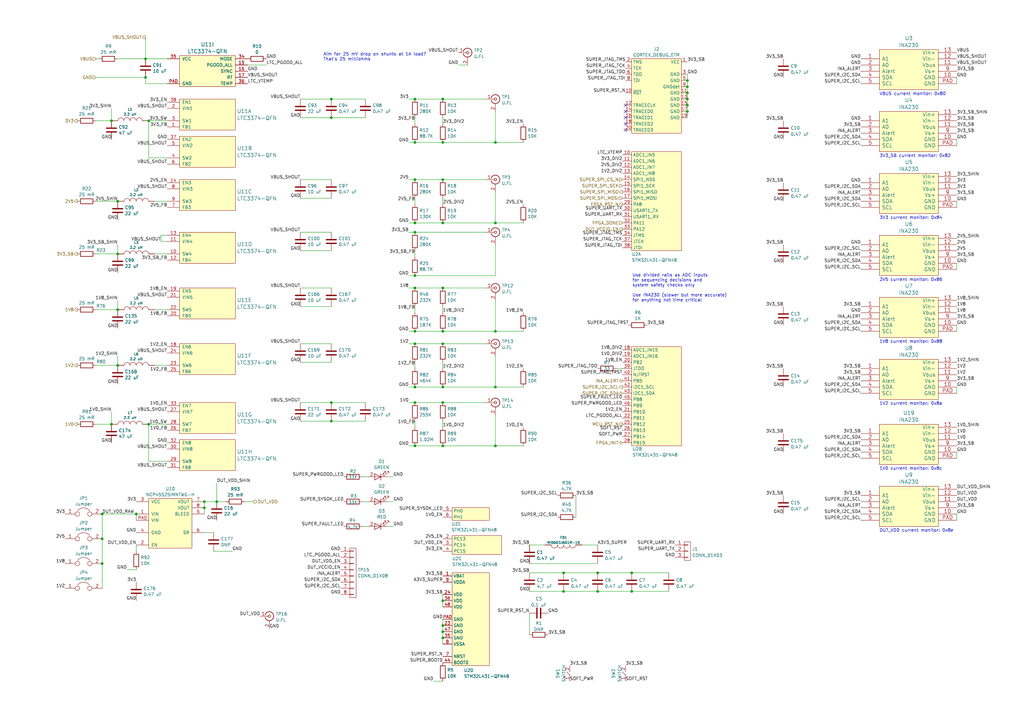
<source format=kicad_sch>
(kicad_sch (version 20231120) (generator "eeschema") (generator_version "8.0")
  (paper "A3")
  (title_block (title "DUMPTRUCK flash dumper") (date "2024-10-20") (rev "0.1") (company "Antikernel Labs") (comment 1 "Andrew D. Zonenberg"))
  (junction (at 88.9 205.74))
  (junction (at 60.96 173.99))
  (junction (at 170.18 91.44))
  (junction (at 203.2 182.88))
  (junction (at 48.26 104.14))
  (junction (at 170.18 158.75))
  (junction (at 203.2 135.89))
  (junction (at 45.72 173.99))
  (junction (at 48.26 127))
  (junction (at 281.94 40.64))
  (junction (at 83.82 205.74))
  (junction (at 181.61 140.97))
  (junction (at 245.11 242.57))
  (junction (at 245.11 234.95))
  (junction (at 259.08 242.57))
  (junction (at 41.91 210.82))
  (junction (at 170.18 58.42))
  (junction (at 170.18 73.66))
  (junction (at 281.94 38.1))
  (junction (at 181.61 91.44))
  (junction (at 170.18 95.25))
  (junction (at 135.89 165.1))
  (junction (at 170.18 165.1))
  (junction (at 41.91 220.98))
  (junction (at 259.08 234.95))
  (junction (at 181.61 259.08))
  (junction (at 203.2 158.75))
  (junction (at 135.89 40.64))
  (junction (at 203.2 91.44))
  (junction (at 170.18 113.03))
  (junction (at 170.18 40.64))
  (junction (at 181.61 165.1))
  (junction (at 45.72 49.53))
  (junction (at 170.18 118.11))
  (junction (at 170.18 182.88))
  (junction (at 181.61 261.62))
  (junction (at 135.89 48.26))
  (junction (at 281.94 45.72))
  (junction (at 281.94 43.18))
  (junction (at 181.61 135.89))
  (junction (at 181.61 58.42))
  (junction (at 181.61 40.64))
  (junction (at 60.96 49.53))
  (junction (at 48.26 149.86))
  (junction (at 281.94 35.56))
  (junction (at 181.61 118.11))
  (junction (at 231.14 234.95))
  (junction (at 170.18 135.89))
  (junction (at 48.26 82.55))
  (junction (at 170.18 140.97))
  (junction (at 181.61 256.54))
  (junction (at 181.61 182.88))
  (junction (at 181.61 246.38))
  (junction (at 41.91 231.14))
  (junction (at 231.14 242.57))
  (junction (at 181.61 158.75))
  (junction (at 59.69 24.13))
  (junction (at 59.69 31.75))
  (junction (at 281.94 33.02))
  (junction (at 55.88 210.82))
  (junction (at 135.89 172.72))
  (junction (at 181.61 73.66))
  (junction (at 83.82 208.28))
  (junction (at 203.2 58.42))
  (no_connect (at 256.54 48.26))
  (no_connect (at 256.54 43.18))
  (no_connect (at 256.54 50.8))
  (no_connect (at 256.54 45.72))
  (no_connect (at 256.54 53.34))
  (wire (pts (xy 203.2 135.89) (xy 214.63 135.89)))
  (wire (pts (xy 66.04 96.52) (xy 66.04 99.06)))
  (wire (pts (xy 187.96 26.67) (xy 191.77 26.67)))
  (wire (pts (xy 63.5 104.14) (xy 68.58 104.14)))
  (wire (pts (xy 39.37 82.55) (xy 48.26 82.55)))
  (wire (pts (xy 60.96 173.99) (xy 60.96 189.23)))
  (wire (pts (xy 181.61 172.72) (xy 181.61 175.26)))
  (wire (pts (xy 48.26 123.19) (xy 48.26 127)))
  (wire (pts (xy 245.11 242.57) (xy 259.08 242.57)))
  (wire (pts (xy 158.75 205.74) (xy 161.29 205.74)))
  (wire (pts (xy 48.26 100.33) (xy 48.26 104.14)))
  (wire (pts (xy 231.14 234.95) (xy 245.11 234.95)))
  (wire (pts (xy 123.19 102.87) (xy 135.89 102.87)))
  (wire (pts (xy 203.2 170.18) (xy 203.2 182.88)))
  (wire (pts (xy 170.18 165.1) (xy 181.61 165.1)))
  (wire (pts (xy 158.75 215.9) (xy 161.29 215.9)))
  (wire (pts (xy 281.94 38.1) (xy 281.94 40.64)))
  (wire (pts (xy 123.19 172.72) (xy 135.89 172.72)))
  (wire (pts (xy 66.04 99.06) (xy 68.58 99.06)))
  (wire (pts (xy 170.18 140.97) (xy 181.61 140.97)))
  (wire (pts (xy 83.82 218.44) (xy 87.63 218.44)))
  (wire (pts (xy 170.18 58.42) (xy 181.61 58.42)))
  (wire (pts (xy 170.18 102.87) (xy 170.18 105.41)))
  (wire (pts (xy 167.64 182.88) (xy 170.18 182.88)))
  (wire (pts (xy 392.43 185.42) (xy 392.43 187.96)))
  (wire (pts (xy 167.64 140.97) (xy 170.18 140.97)))
  (wire (pts (xy 181.61 246.38) (xy 181.61 248.92)))
  (wire (pts (xy 148.59 215.9) (xy 151.13 215.9)))
  (wire (pts (xy 39.37 24.13) (xy 40.64 24.13)))
  (wire (pts (xy 203.2 58.42) (xy 181.61 58.42)))
  (wire (pts (xy 170.18 118.11) (xy 181.61 118.11)))
  (wire (pts (xy 181.61 48.26) (xy 181.61 50.8)))
  (wire (pts (xy 123.19 118.11) (xy 135.89 118.11)))
  (wire (pts (xy 281.94 45.72) (xy 281.94 48.26)))
  (wire (pts (xy 203.2 158.75) (xy 181.61 158.75)))
  (wire (pts (xy 281.94 33.02) (xy 281.94 35.56)))
  (wire (pts (xy 100.33 205.74) (xy 104.14 205.74)))
  (wire (pts (xy 238.76 223.52) (xy 245.11 223.52)))
  (wire (pts (xy 170.18 172.72) (xy 170.18 175.26)))
  (wire (pts (xy 52.07 233.68) (xy 55.88 233.68)))
  (wire (pts (xy 203.2 91.44) (xy 181.61 91.44)))
  (wire (pts (xy 203.2 45.72) (xy 203.2 58.42)))
  (wire (pts (xy 252.73 151.13) (xy 255.27 151.13)))
  (wire (pts (xy 203.2 100.33) (xy 203.2 113.03)))
  (wire (pts (xy 60.96 64.77) (xy 68.58 64.77)))
  (wire (pts (xy 170.18 135.89) (xy 181.61 135.89)))
  (wire (pts (xy 203.2 182.88) (xy 181.61 182.88)))
  (wire (pts (xy 39.37 104.14) (xy 48.26 104.14)))
  (wire (pts (xy 48.26 24.13) (xy 59.69 24.13)))
  (wire (pts (xy 45.72 168.91) (xy 45.72 173.99)))
  (wire (pts (xy 41.91 220.98) (xy 41.91 231.14)))
  (wire (pts (xy 217.17 251.46) (xy 217.17 260.35)))
  (wire (pts (xy 167.64 91.44) (xy 170.18 91.44)))
  (wire (pts (xy 217.17 234.95) (xy 231.14 234.95)))
  (wire (pts (xy 392.43 158.75) (xy 392.43 161.29)))
  (wire (pts (xy 60.96 49.53) (xy 68.58 49.53)))
  (wire (pts (xy 181.61 254) (xy 181.61 256.54)))
  (wire (pts (xy 203.2 135.89) (xy 181.61 135.89)))
  (wire (pts (xy 281.94 35.56) (xy 281.94 38.1)))
  (wire (pts (xy 123.19 148.59) (xy 135.89 148.59)))
  (wire (pts (xy 177.8 279.4) (xy 181.61 279.4)))
  (wire (pts (xy 170.18 113.03) (xy 203.2 113.03)))
  (wire (pts (xy 88.9 205.74) (xy 92.71 205.74)))
  (wire (pts (xy 181.61 118.11) (xy 199.39 118.11)))
  (wire (pts (xy 55.88 223.52) (xy 55.88 226.06)))
  (wire (pts (xy 123.19 165.1) (xy 135.89 165.1)))
  (wire (pts (xy 88.9 198.12) (xy 88.9 205.74)))
  (wire (pts (xy 392.43 107.95) (xy 392.43 110.49)))
  (wire (pts (xy 259.08 242.57) (xy 274.32 242.57)))
  (wire (pts (xy 60.96 173.99) (xy 68.58 173.99)))
  (wire (pts (xy 170.18 182.88) (xy 181.61 182.88)))
  (wire (pts (xy 167.64 165.1) (xy 170.18 165.1)))
  (wire (pts (xy 167.64 95.25) (xy 170.18 95.25)))
  (wire (pts (xy 203.2 158.75) (xy 214.63 158.75)))
  (wire (pts (xy 135.89 172.72) (xy 149.86 172.72)))
  (wire (pts (xy 392.43 57.15) (xy 392.43 59.69)))
  (wire (pts (xy 170.18 95.25) (xy 199.39 95.25)))
  (wire (pts (xy 236.22 203.2) (xy 236.22 212.09)))
  (wire (pts (xy 181.61 243.84) (xy 181.61 246.38)))
  (wire (pts (xy 181.61 256.54) (xy 181.61 259.08)))
  (wire (pts (xy 245.11 234.95) (xy 259.08 234.95)))
  (wire (pts (xy 203.2 182.88) (xy 214.63 182.88)))
  (wire (pts (xy 181.61 165.1) (xy 199.39 165.1)))
  (wire (pts (xy 392.43 210.82) (xy 392.43 213.36)))
  (wire (pts (xy 45.72 44.45) (xy 45.72 49.53)))
  (wire (pts (xy 217.17 231.14) (xy 245.11 231.14)))
  (wire (pts (xy 59.69 15.24) (xy 59.69 24.13)))
  (wire (pts (xy 170.18 81.28) (xy 170.18 83.82)))
  (wire (pts (xy 39.37 127) (xy 48.26 127)))
  (wire (pts (xy 392.43 31.75) (xy 392.43 34.29)))
  (wire (pts (xy 41.91 210.82) (xy 41.91 220.98)))
  (wire (pts (xy 148.59 205.74) (xy 151.13 205.74)))
  (wire (pts (xy 39.37 149.86) (xy 48.26 149.86)))
  (wire (pts (xy 170.18 125.73) (xy 170.18 128.27)))
  (wire (pts (xy 63.5 149.86) (xy 68.58 149.86)))
  (wire (pts (xy 60.96 189.23) (xy 68.58 189.23)))
  (wire (pts (xy 101.6 26.67) (xy 109.22 26.67)))
  (wire (pts (xy 87.63 226.06) (xy 95.25 226.06)))
  (wire (pts (xy 203.2 58.42) (xy 214.63 58.42)))
  (wire (pts (xy 181.61 140.97) (xy 199.39 140.97)))
  (wire (pts (xy 41.91 231.14) (xy 41.91 241.3)))
  (wire (pts (xy 123.19 40.64) (xy 135.89 40.64)))
  (wire (pts (xy 135.89 40.64) (xy 149.86 40.64)))
  (wire (pts (xy 63.5 127) (xy 68.58 127)))
  (wire (pts (xy 135.89 48.26) (xy 149.86 48.26)))
  (wire (pts (xy 170.18 40.64) (xy 181.61 40.64)))
  (wire (pts (xy 45.72 49.53) (xy 39.37 49.53)))
  (wire (pts (xy 170.18 91.44) (xy 181.61 91.44)))
  (wire (pts (xy 231.14 242.57) (xy 245.11 242.57)))
  (wire (pts (xy 203.2 91.44) (xy 214.63 91.44)))
  (wire (pts (xy 170.18 158.75) (xy 181.61 158.75)))
  (wire (pts (xy 203.2 146.05) (xy 203.2 158.75)))
  (wire (pts (xy 148.59 195.58) (xy 151.13 195.58)))
  (wire (pts (xy 281.94 43.18) (xy 281.94 45.72)))
  (wire (pts (xy 217.17 223.52) (xy 223.52 223.52)))
  (wire (pts (xy 392.43 82.55) (xy 392.43 85.09)))
  (wire (pts (xy 217.17 242.57) (xy 231.14 242.57)))
  (wire (pts (xy 83.82 205.74) (xy 88.9 205.74)))
  (wire (pts (xy 123.19 140.97) (xy 135.89 140.97)))
  (wire (pts (xy 181.61 148.59) (xy 181.61 151.13)))
  (wire (pts (xy 41.91 210.82) (xy 55.88 210.82)))
  (wire (pts (xy 60.96 49.53) (xy 60.96 64.77)))
  (wire (pts (xy 59.69 31.75) (xy 59.69 34.29)))
  (wire (pts (xy 281.94 40.64) (xy 281.94 43.18)))
  (wire (pts (xy 135.89 165.1) (xy 149.86 165.1)))
  (wire (pts (xy 123.19 125.73) (xy 135.89 125.73)))
  (wire (pts (xy 167.64 113.03) (xy 170.18 113.03)))
  (wire (pts (xy 259.08 234.95) (xy 274.32 234.95)))
  (wire (pts (xy 167.64 158.75) (xy 170.18 158.75)))
  (wire (pts (xy 48.26 146.05) (xy 48.26 149.86)))
  (wire (pts (xy 181.61 40.64) (xy 199.39 40.64)))
  (wire (pts (xy 83.82 205.74) (xy 83.82 208.28)))
  (wire (pts (xy 167.64 135.89) (xy 170.18 135.89)))
  (wire (pts (xy 123.19 73.66) (xy 135.89 73.66)))
  (wire (pts (xy 281.94 30.48) (xy 281.94 33.02)))
  (wire (pts (xy 203.2 123.19) (xy 203.2 135.89)))
  (wire (pts (xy 181.61 125.73) (xy 181.61 128.27)))
  (wire (pts (xy 123.19 81.28) (xy 135.89 81.28)))
  (wire (pts (xy 123.19 95.25) (xy 135.89 95.25)))
  (wire (pts (xy 39.37 31.75) (xy 59.69 31.75)))
  (wire (pts (xy 45.72 173.99) (xy 39.37 173.99)))
  (wire (pts (xy 63.5 82.55) (xy 68.58 82.55)))
  (wire (pts (xy 59.69 34.29) (xy 68.58 34.29)))
  (wire (pts (xy 158.75 195.58) (xy 161.29 195.58)))
  (wire (pts (xy 181.61 261.62) (xy 181.61 264.16)))
  (wire (pts (xy 392.43 133.35) (xy 392.43 135.89)))
  (wire (pts (xy 55.88 210.82) (xy 55.88 213.36)))
  (wire (pts (xy 83.82 208.28) (xy 83.82 210.82)))
  (wire (pts (xy 170.18 73.66) (xy 181.61 73.66)))
  (wire (pts (xy 68.58 96.52) (xy 66.04 96.52)))
  (wire (pts (xy 167.64 40.64) (xy 170.18 40.64)))
  (wire (pts (xy 167.64 58.42) (xy 170.18 58.42)))
  (wire (pts (xy 170.18 148.59) (xy 170.18 151.13)))
  (wire (pts (xy 170.18 48.26) (xy 170.18 50.8)))
  (wire (pts (xy 181.61 73.66) (xy 199.39 73.66)))
  (wire (pts (xy 203.2 78.74) (xy 203.2 91.44)))
  (wire (pts (xy 181.61 81.28) (xy 181.61 83.82)))
  (wire (pts (xy 167.64 118.11) (xy 170.18 118.11)))
  (wire (pts (xy 123.19 48.26) (xy 135.89 48.26)))
  (wire (pts (xy 181.61 259.08) (xy 181.61 261.62)))
  (wire (pts (xy 167.64 73.66) (xy 170.18 73.66)))
  (wire (pts (xy 59.69 24.13) (xy 68.58 24.13)))
  (text "3V3 current monitor: 0x84" (at 360.68 89.408 0) (effects (font (size 1.27 1.27)) (justify left)))
  (text "VBUS current monitor: 0x80" (at 360.68 38.608 0) (effects (font (size 1.27 1.27)) (justify left)))
  (text "3V3_SB current monitor: 0x82" (at 360.68 64.008 0) (effects (font (size 1.27 1.27)) (justify left)))
  (text "DUT_VDD current monitor: 0x8e" (at 360.68 217.678 0) (effects (font (size 1.27 1.27)) (justify left)))
  (text "2V5 current monitor: 0x86" (at 360.68 114.808 0) (effects (font (size 1.27 1.27)) (justify left)))
  (text "1V0 current monitor: 0x8c" (at 360.68 192.278 0) (effects (font (size 1.27 1.27)) (justify left)))
  (text "1V2 current monitor: 0x8a" (at 360.68 165.608 0) (effects (font (size 1.27 1.27)) (justify left)))
  (text "1V8 current monitor: 0x88" (at 360.68 140.208 0) (effects (font (size 1.27 1.27)) (justify left)))
  (text "Use divided rails as ADC inputs\nfor sequencing decisions and\nsystem safety checks only\n\nUse INA230 (slower but more accurate)\nfor anything not time critical" (at 259.334 118.11 0) (effects (font (size 1.27 1.27)) (justify left)))
  (text "Aim for 25 mV drop on shunts at 1A load?\nThat's 25 milliohms" (at 132.588 23.368 0) (effects (font (size 1.27 1.27)) (justify left)))
  (label "SUPER_I2C_SCL" (at 353.06 213.36 180))
  (label "INA_ALERT" (at 353.06 105.41 180))
  (label "SUPER_I2C_SCL" (at 353.06 34.29 180))
  (label "SUPER_BOOT0" (at 181.61 271.78 180))
  (label "1V8_FB" (at 68.58 129.54 180))
  (label "2V5_EN" (at 181.61 220.98 180))
  (label "3V3_SB" (at 217.17 223.52 180))
  (label "1V2_EN" (at 255.27 168.91 180))
  (label "2V5_EN" (at 68.58 74.93 180))
  (label "SUPER_JTAG_TCK" (at 255.27 99.06 180))
  (label "1V2" (at 392.43 151.13 0))
  (label "3V3_SB" (at 353.06 153.67 180))
  (label "A3V3_SUPER" (at 245.11 223.52 0))
  (label "2V5_FB" (at 68.58 85.09 180))
  (label "SUPER_JTAG_TDO" (at 245.11 151.13 180))
  (label "GND" (at 68.58 181.61 180))
  (label "SUPER_I2C_SCL" (at 139.7 241.3 180))
  (label "GND" (at 167.64 135.89 180))
  (label "INA_ALERT" (at 353.06 130.81 180))
  (label "VBUS_SHOUT" (at 68.58 77.47 180))
  (label "1V2_SHIN" (at 48.26 146.05 180))
  (label "SUPER_JTAG_TDO" (at 256.54 30.48 180))
  (label "SUPER_RST_N" (at 181.61 269.24 180))
  (label "SUPER_UART_RX" (at 255.27 88.9 180))
  (label "GND" (at 45.72 57.15 180))
  (label "GND" (at 52.07 233.68 180))
  (label "3V3" (at 392.43 74.93 0))
  (label "GND" (at 161.29 195.58 0))
  (label "SUPER_JTAG_TMS" (at 256.54 25.4 180))
  (label "SOFT_RST" (at 255.27 176.53 180))
  (label "3V3_SB" (at 392.43 52.07 0))
  (label "INA_ALERT" (at 353.06 80.01 180))
  (label "DUT_VDD" (at 392.43 203.2 0))
  (label "VBUS_SHOUT" (at 392.43 26.67 0))
  (label "VBUS_SHOUT" (at 68.58 67.31 180))
  (label "1V8_FB" (at 170.18 127 180))
  (label "VBUS_SHOUT" (at 123.19 73.66 180))
  (label "VBUS_SHOUT" (at 187.96 21.59 180))
  (label "SOFT_PWR" (at 233.68 279.4 0))
  (label "DUT_VCCIO_EN" (at 139.7 233.68 180))
  (label "GND" (at 167.64 113.03 180))
  (label "GND" (at 161.29 205.74 0))
  (label "GND" (at 68.58 57.15 180))
  (label "GND" (at 321.31 57.15 180))
  (label "1V8_DIV2" (at 255.27 143.51 180))
  (label "GND" (at 181.61 254 180))
  (label "GND" (at 101.6 29.21 0))
  (label "GND" (at 392.43 133.35 0))
  (label "DUT_VDD_EN" (at 181.61 223.52 180))
  (label "1V8_EN" (at 68.58 119.38 180))
  (label "SUPER_JTAG_TDI" (at 255.27 101.6 180))
  (label "GND" (at 55.88 218.44 180))
  (label "GND" (at 123.19 48.26 180))
  (label "3V3_SB" (at 353.06 125.73 180))
  (label "VBUS_SHOUT" (at 123.19 118.11 180))
  (label "VBUS_SHOUT" (at 392.43 24.13 0))
  (label "1V2_SHIN" (at 392.43 148.59 0))
  (label "LTC_VTEMP" (at 255.27 63.5 180))
  (label "3V3_SB" (at 321.31 125.73 180))
  (label "GND" (at 187.96 26.67 180))
  (label "GND" (at 353.06 49.53 180))
  (label "SUPER_I2C_SDA" (at 353.06 107.95 180))
  (label "DUT_VDD_RAW" (at 41.91 210.82 0))
  (label "3V3_SB" (at 321.31 49.53 180))
  (label "GND" (at 353.06 24.13 180))
  (label "3V3_SB" (at 321.31 177.8 180))
  (label "3V3_SB" (at 392.43 130.81 0))
  (label "SUPER_I2C_SDA" (at 353.06 57.15 180))
  (label "GND" (at 321.31 158.75 180))
  (label "A3V3_SUPER" (at 181.61 238.76 180))
  (label "3V3_SW" (at 68.58 49.53 180))
  (label "VBUS_SHOUT" (at 68.58 59.69 180))
  (label "GND" (at 167.64 58.42 180))
  (label "GND" (at 161.29 215.9 0))
  (label "3V3_SB" (at 321.31 203.2 180))
  (label "3V3_SB" (at 256.54 273.05 0))
  (label "VBUS_SHOUT" (at 68.58 144.78 180))
  (label "GND" (at 392.43 107.95 0))
  (label "GND" (at 353.06 100.33 180))
  (label "GND" (at 109.22 24.13 0))
  (label "GND" (at 321.31 107.95 180))
  (label "3V3_SB_FB" (at 170.18 104.14 180))
  (label "SUPER_JTAG_TRST" (at 257.81 133.35 180))
  (label "GND" (at 123.19 172.72 180))
  (label "GND" (at 321.31 133.35 180))
  (label "GND" (at 321.31 210.82 180))
  (label "3V3_SHIN" (at 45.72 44.45 180))
  (label "3V3_SB" (at 353.06 52.07 180))
  (label "GND" (at 276.86 228.6 180))
  (label "3V3_SB_SHIN" (at 392.43 46.99 0))
  (label "SUPER_I2C_SCL" (at 353.06 161.29 180))
  (label "3V3" (at 55.88 238.76 180))
  (label "1V0_FB" (at 170.18 173.99 180))
  (label "VBUS_SHOUT" (at 123.19 40.64 180))
  (label "VBUS_SHOUT" (at 123.19 140.97 180))
  (label "1V2_EN" (at 214.63 151.13 180))
  (label "2V5_DIV2" (at 181.61 83.82 0))
  (label "GND" (at 392.43 185.42 0))
  (label "GND" (at 392.43 57.15 0))
  (label "1V8" (at 392.43 125.73 0))
  (label "SUPER_JTAG_TCK" (at 256.54 27.94 180))
  (label "3V3" (at 392.43 77.47 0))
  (label "3V3_EN" (at 214.63 50.8 180))
  (label "1V2_FB" (at 170.18 149.86 180))
  (label "1V8_SHIN" (at 48.26 123.19 180))
  (label "DUT_VDD" (at 392.43 205.74 0))
  (label "GND" (at 353.06 26.67 180))
  (label "GND" (at 321.31 185.42 180))
  (label "SUPER_FAULT_LED" (at 255.27 163.83 180))
  (label "SUPER_I2C_SCL" (at 353.06 135.89 180))
  (label "3V3_SB" (at 265.43 133.35 0))
  (label "3V3_SB" (at 167.64 95.25 180))
  (label "DUT_VDD_SHIN" (at 88.9 198.12 0))
  (label "1V0_SHIN" (at 45.72 168.91 180))
  (label "SUPER_RST_N" (at 256.54 38.1 180))
  (label "SUPER_PWRGOOD_LED" (at 255.27 166.37 180))
  (label "GND" (at 392.43 31.75 0))
  (label "VBUS" (at 392.43 21.59 0))
  (label "3V3_SB" (at 321.31 151.13 180))
  (label "SUPER_RST_N" (at 217.17 251.46 180))
  (label "2V5" (at 392.43 102.87 0))
  (label "SUPER_I2C_SCL" (at 353.06 205.74 180))
  (label "1V2_DIV2" (at 181.61 151.13 0))
  (label "SUPER_I2C_SCL" (at 353.06 110.49 180))
  (label "1V2" (at 167.64 140.97 180))
  (label "1V8" (at 26.67 231.14 180))
  (label "GND" (at 110.49 257.81 0))
  (label "1V2" (at 26.67 241.3 180))
  (label "GND" (at 167.64 91.44 180))
  (label "GND" (at 95.25 226.06 0))
  (label "GND" (at 177.8 279.4 180))
  (label "1V0_FB" (at 68.58 176.53 180))
  (label "SUPER_I2C_SCL" (at 353.06 102.87 180))
  (label "GND" (at 392.43 210.82 0))
  (label "1V0_EN" (at 181.61 212.09 180))
  (label "3V3_SB" (at 224.79 260.35 0))
  (label "DUT_VDD_EN" (at 55.88 223.52 180))
  (label "INA_ALERT" (at 353.06 156.21 180))
  (label "1V0" (at 392.43 180.34 0))
  (label "3V3_SB" (at 181.61 236.22 180))
  (label "1V2_DIV2" (at 255.27 71.12 180))
  (label "SUPER_PWRGOOD_LED" (at 140.97 195.58 180))
  (label "INA_ALERT" (at 353.06 29.21 180))
  (label "GND" (at 123.19 125.73 180))
  (label "GND" (at 45.72 181.61 180))
  (label "GND" (at 123.19 81.28 180))
  (label "3V3_SB" (at 353.06 151.13 180))
  (label "3V3_EN" (at 181.61 226.06 180))
  (label "SUPER_I2C_SDA" (at 353.06 158.75 180))
  (label "LTC_PGOOD_ALL" (at 139.7 228.6 180))
  (label "SUPER_I2C_SDA" (at 353.06 82.55 180))
  (label "3V3" (at 167.64 40.64 180))
  (label "GND" (at 88.9 213.36 180))
  (label "GND" (at 217.17 242.57 180))
  (label "SOFT_RST" (at 256.54 279.4 0))
  (label "SUPER_I2C_SDA" (at 353.06 185.42 180))
  (label "3V3_SB" (at 392.43 156.21 0))
  (label "SUPER_FAULT_LED" (at 140.97 215.9 180))
  (label "GND" (at 353.06 74.93 180))
  (label "3V3_EN" (at 68.58 41.91 180))
  (label "3V3_SB" (at 217.17 234.95 180))
  (label "1V2_EN" (at 68.58 142.24 180))
  (label "3V3_SB" (at 392.43 54.61 0))
  (label "SUPER_I2C_SCL" (at 228.6 203.2 180))
  (label "3V3_DIV2" (at 181.61 50.8 0))
  (label "1V0" (at 167.64 165.1 180))
  (label "3V3_DIV2" (at 255.27 66.04 180))
  (label "GND" (at 123.19 102.87 180))
  (label "2V5_FB" (at 170.18 82.55 180))
  (label "GND" (at 167.64 182.88 180))
  (label "3V3_SB" (at 392.43 29.21 0))
  (label "GND" (at 321.31 82.55 180))
  (label "2V5" (at 392.43 100.33 0))
  (label "2V5" (at 26.67 220.98 180))
  (label "SUPER_I2C_SDA" (at 228.6 212.09 180))
  (label "VBUS_SHOUT" (at 68.58 121.92 180))
  (label "1V8" (at 167.64 118.11 180))
  (label "3V3_SB" (at 353.06 203.2 180))
  (label "SUPER_I2C_SCL" (at 353.06 85.09 180))
  (label "GND" (at 217.17 231.14 180))
  (label "GND" (at 224.79 251.46 0))
  (label "1V8_SHIN" (at 392.43 123.19 0))
  (label "VBUS_SHOUT" (at 66.04 99.06 180))
  (label "3V3_SB" (at 353.06 177.8 180))
  (label "VBUS_SHOUT" (at 68.58 191.77 180))
  (label "VBUS_SHOUT" (at 68.58 44.45 180))
  (label "GND" (at 392.43 158.75 0))
  (label "2V5_EN" (at 214.63 83.82 180))
  (label "SUPER_I2C_SCL" (at 353.06 59.69 180))
  (label "3V3_SB" (at 321.31 24.13 180))
  (label "LTC_PGOOD_ALL" (at 109.22 26.67 0))
  (label "3V3_SB_SHIN" (at 48.26 100.33 180))
  (label "INA_ALERT" (at 353.06 182.88 180))
  (label "1V2" (at 392.43 153.67 0))
  (label "DUT_VDD_EN" (at 139.7 231.14 180))
  (label "1V8_EN" (at 255.27 148.59 180))
  (label "1V2_FB" (at 68.58 152.4 180))
  (label "3V3_SB_FB" (at 68.58 106.68 180))
  (label "1V8_DIV2" (at 181.61 128.27 0))
  (label "GND" (at 123.19 148.59 180))
  (label "INA_ALERT" (at 139.7 236.22 180))
  (label "SUPER_I2C_SDA" (at 353.06 31.75 180))
  (label "1V0_SHIN" (at 392.43 175.26 0))
  (label "SUPER_SYSOK_LED" (at 140.97 205.74 180))
  (label "GND" (at 48.26 134.62 180))
  (label "GND" (at 167.64 158.75 180))
  (label "VBUS_SHOUT" (at 123.19 165.1 180))
  (label "DUT_VDD" (at 106.68 252.73 180))
  (label "VBUS_SHOUT" (at 101.6 31.75 0))
  (label "3V3" (at 55.88 205.74 180))
  (label "1V8_EN" (at 214.63 128.27 180))
  (label "LTC_PGOOD_ALL" (at 255.27 171.45 180))
  (label "3V3" (at 26.67 210.82 180))
  (label "SUPER_SYSOK_LED" (at 181.61 209.55 180))
  (label "INA_ALERT" (at 353.06 54.61 180))
  (label "SOFT_PWR" (at 255.27 179.07 180))
  (label "SUPER_I2C_SDA" (at 353.06 180.34 180))
  (label "SUPER_I2C_SDA" (at 353.06 133.35 180))
  (label "2V5_DIV2" (at 255.27 68.58 180))
  (label "SUPER_I2C_SDA" (at 353.06 77.47 180))
  (label "1V0_DIV2" (at 181.61 175.26 0))
  (label "3V3_SB" (at 281.94 25.4 0))
  (label "SUPER_I2C_SDA" (at 353.06 210.82 180))
  (label "3V3_SB" (at 233.68 273.05 0))
  (label "3V3_FB" (at 170.18 49.53 180))
  (label "3V3_SB" (at 181.61 243.84 180))
  (label "3V3_SB" (at 321.31 74.93 180))
  (label "SUPER_JTAG_TDI" (at 256.54 33.02 180))
  (label "GND" (at 48.26 90.17 180))
  (label "3V3_SB" (at 321.31 100.33 180))
  (label "SUPER_JTAG_TRST" (at 255.27 153.67 180))
  (label "SUPER_UART_TX" (at 255.27 86.36 180))
  (label "SUPER_I2C_SDA" (at 139.7 238.76 180))
  (label "SUPER_UART_TX" (at 276.86 226.06 180))
  (label "GND" (at 392.43 82.55 0))
  (label "1V0_DIV2" (at 255.27 146.05 180))
  (label "1V0_EN" (at 214.63 175.26 180))
  (label "3V3_SB" (at 392.43 208.28 0))
  (label "VBUS_SHOUT" (at 68.58 168.91 180))
  (label "LTC_VTEMP" (at 101.6 34.29 0))
  (label "GND" (at 353.06 128.27 180))
  (label "1V0_EN" (at 68.58 166.37 180))
  (label "VBUS_SHOUT" (at 123.19 95.25 180))
  (label "1V0_SW" (at 68.58 173.99 180))
  (label "3V3_SHIN" (at 392.43 72.39 0))
  (label "GND" (at 48.26 157.48 180))
  (label "2V5_SHIN" (at 392.43 97.79 0))
  (label "3V3_SB" (at 392.43 105.41 0))
  (label "1V8" (at 392.43 128.27 0))
  (label "GND" (at 48.26 111.76 180))
  (label "3V3_FB" (at 68.58 52.07 180))
  (label "GND" (at 139.7 243.84 180))
  (label "VBUS_SHOUT" (at 68.58 184.15 180))
  (label "GND" (at 281.94 30.48 0))
  (label "1V0" (at 392.43 177.8 0))
  (label "3V3_SB" (at 392.43 80.01 0))
  (label "2V5_SHIN" (at 48.26 82.55 180))
  (label "GND" (at 139.7 226.06 180))
  (label "SUPER_UART_RX" (at 276.86 223.52 180))
  (label "SUPER_I2C_SCL" (at 353.06 187.96 180))
  (label "3V3_SB" (at 392.43 182.88 0))
  (label "GND" (at 321.31 31.75 180))
  (label "3V3_SB" (at 392.43 49.53 0))
  (label "DUT_VDD_SHIN" (at 392.43 200.66 0))
  (label "GND" (at 55.88 246.38 180))
  (label "3V3_SB" (at 236.22 203.2 0))
  (label "INA_ALERT" (at 353.06 208.28 180))
  (label "2V5" (at 167.64 73.66 180))
  (label "SUPER_JTAG_TMS" (at 255.27 96.52 180))
  (hierarchical_label "FPGA_INIT" (shape bidirectional) (at 255.27 181.61 180))
  (hierarchical_label "MCU_RST_N" (shape output) (at 255.27 173.99 180))
  (hierarchical_label "SUPER_I2C_SDA" (shape bidirectional) (at 255.27 161.29 180))
  (hierarchical_label "SUPER_SPI_MISO" (shape output) (at 255.27 78.74 180))
  (hierarchical_label "SUPER_I2C_SCL" (shape output) (at 255.27 158.75 180))
  (hierarchical_label "2V5" (shape output) (at 31.75 82.55 180))
  (hierarchical_label "VBUS_SHOUT" (shape output) (at 59.69 15.24 180))
  (hierarchical_label "3V3_SB" (shape output) (at 31.75 104.14 180))
  (hierarchical_label "3V3" (shape output) (at 31.75 49.53 180))
  (hierarchical_label "DUT_VDD" (shape output) (at 104.14 205.74 0))
  (hierarchical_label "GND" (shape input) (at 39.37 31.75 180))
  (hierarchical_label "SUPER_SPI_CS_N" (shape input) (at 255.27 73.66 180))
  (hierarchical_label "1V2" (shape output) (at 31.75 149.86 180))
  (hierarchical_label "1V0" (shape output) (at 31.75 173.99 180))
  (hierarchical_label "DUT_VCCIO_EN" (shape output) (at 255.27 93.98 180))
  (hierarchical_label "SUPER_SPI_MOSI" (shape input) (at 255.27 81.28 180))
  (hierarchical_label "INA_ALERT" (shape bidirectional) (at 255.27 156.21 180))
  (hierarchical_label "SUPER_SPI_SCK" (shape input) (at 255.27 76.2 180))
  (hierarchical_label "FPGA_RST_N" (shape output) (at 255.27 83.82 180))
  (hierarchical_label "1V8" (shape output) (at 31.75 127 180))
  (hierarchical_label "VBUS" (shape input) (at 39.37 24.13 180))
  (hierarchical_label "FPGA_DONE" (shape input) (at 255.27 91.44 180))
  (symbol (lib_id "passive-azonenberg:R_PWR") (at 44.45 24.13 270) (unit 1)
    (property "Reference" "R9" (at 44.45 18.9695 90))
    (property "Value" "25 mR" (at 44.45 21.3938 90))
    (property "Footprint" "azonenberg_pcb:EIA_0402_RES_NOSILK" (effects (hide yes)))
    (property "Description" "Resistor" (effects (hide yes)))
  )
  (symbol (lib_id "device:C") (at 149.86 168.91 0) (unit 1)
    (property "Reference" "C173" (at 152.781 167.6978 0) (effects (justify left)))
    (property "Value" "0.47 uF" (at 152.781 170.1221 0) (effects (justify left)))
    (property "Footprint" "azonenberg_pcb:EIA_0402_CAP_NOSILK" (effects (hide yes)))
    (property "Description" "Unpolarized capacitor" (effects (hide yes)))
  )
  (symbol (lib_id "device:C") (at 245.11 227.33 0) (unit 1)
    (property "Reference" "C5" (at 248.031 226.4953 0) (effects (justify left)))
    (property "Value" "0.47 uF" (at 248.031 229.0322 0) (effects (justify left)))
    (property "Footprint" "azonenberg_pcb:EIA_0402_CAP_NOSILK" (effects (hide yes)))
  )
  (symbol (lib_id "device:Jumper") (at 34.29 220.98 0) (unit 1)
    (property "Reference" "JP2" (at 34.29 214.4528 0))
    (property "Value" "Jumper" (at 34.29 216.8771 0))
    (property "Footprint" "azonenberg_pcb:CONN_HEADER_2.54MM_1x2" (effects (hide yes)))
    (property "Description" "Jumper, generic, normally closed" (effects (hide yes)))
  )
  (symbol (lib_id "device:R") (at 181.61 168.91 0) (unit 1)
    (property "Reference" "R88" (at 183.388 167.6978 0) (effects (justify left)))
    (property "Value" "10K" (at 183.388 170.1221 0) (effects (justify left)))
    (property "Footprint" "azonenberg_pcb:EIA_0402_RES_NOSILK" (effects (hide yes)))
    (property "Description" "Resistor" (effects (hide yes)))
  )
  (symbol (lib_id "device:R") (at 170.18 87.63 0) (unit 1)
    (property "Reference" "R17" (at 171.958 86.4178 0) (effects (justify left)))
    (property "Value" "130K" (at 171.958 88.8421 0) (effects (justify left)))
    (property "Footprint" "azonenberg_pcb:EIA_0402_RES_NOSILK" (effects (hide yes)))
    (property "Description" "Resistor" (effects (hide yes)))
  )
  (symbol (lib_id "power-azonenberg:LTC3374-QFN") (at 73.66 53.34 0) (unit 1)
    (property "Reference" "U11" (at 97.155 45.5735 0) (effects (font (size 1.524 1.524)) (justify left)))
    (property "Value" "LTC3374-QFN" (at 97.155 48.4064 0) (effects (font (size 1.524 1.524)) (justify left)))
    (property "Footprint" "azonenberg_pcb:QFN_38_0.5MM_5x7MM" (effects (hide yes)))
  )
  (symbol (lib_id "power-azonenberg:NCP45525") (at 60.96 224.79 0) (unit 1)
    (property "Reference" "U10" (at 69.85 200.4525 0))
    (property "Value" "NCP45525IMNTWG-H" (at 69.85 202.8768 0))
    (property "Footprint" "azonenberg_pcb:DFN_8_0.5MM_2x2MM" (effects (hide yes)))
  )
  (symbol (lib_id "conn:CONN_01X08") (at 144.78 234.95 0) (unit 1)
    (property "Reference" "TP15" (at 146.685 233.7378 0) (effects (justify left)))
    (property "Value" "CONN_01X08" (at 146.685 236.1621 0) (effects (justify left)))
    (property "Footprint" "azonenberg_pcb:CONN_HEADER_2.54MM_1x8" (effects (hide yes)))
    (property "Description" "Connector, single row, 01x08, pin header" (effects (hide yes)))
  )
  (symbol (lib_id "device:R") (at 170.18 109.22 0) (unit 1)
    (property "Reference" "R25" (at 171.958 108.0078 0) (effects (justify left)))
    (property "Value" "88.7K" (at 171.958 110.4321 0) (effects (justify left)))
    (property "Footprint" "azonenberg_pcb:EIA_0402_RES_NOSILK" (effects (hide yes)))
    (property "Description" "Resistor" (effects (hide yes)))
  )
  (symbol (lib_id "passive-azonenberg:R_PWR") (at 96.52 205.74 270) (unit 1)
    (property "Reference" "R93" (at 96.52 200.5795 90))
    (property "Value" "25 mR" (at 96.52 203.0038 90))
    (property "Footprint" "azonenberg_pcb:EIA_0402_RES_NOSILK" (effects (hide yes)))
    (property "Description" "Resistor" (effects (hide yes)))
  )
  (symbol (lib_id "device:R") (at 232.41 203.2 270) (unit 1)
    (property "Reference" "R36" (at 232.41 198.0395 90))
    (property "Value" "4.7K" (at 232.41 200.4638 90))
    (property "Footprint" "azonenberg_pcb:EIA_0402_RES_NOSILK" (effects (hide yes)))
  )
  (symbol (lib_id "passive-azonenberg:INDUCTOR_PWROUT") (at 55.88 82.55 90) (unit 1)
    (property "Reference" "L2" (at 55.88 77.8753 90) (effects (font (size 1.016 1.016))))
    (property "Value" "2.2 uH" (at 55.88 79.8908 90) (effects (font (size 1.016 1.016))))
    (property "Footprint" "azonenberg_pcb:EIA_1210_CAP_NOSILK" (effects (hide yes)))
  )
  (symbol (lib_id "passive-azonenberg:R_PWR") (at 35.56 82.55 90) (unit 1)
    (property "Reference" "R22" (at 35.56 77.3895 90))
    (property "Value" "25 mR" (at 35.56 79.8138 90))
    (property "Footprint" "azonenberg_pcb:EIA_0402_RES_NOSILK" (effects (hide yes)))
    (property "Description" "Resistor" (effects (hide yes)))
  )
  (symbol (lib_id "device:C") (at 321.31 181.61 0) (unit 1)
    (property "Reference" "C175" (at 324.231 180.7753 0) (effects (justify left)))
    (property "Value" "0.47 uF" (at 324.231 183.3122 0) (effects (justify left)))
    (property "Footprint" "azonenberg_pcb:EIA_0402_CAP_NOSILK" (effects (hide yes)))
  )
  (symbol (lib_id "device:R") (at 170.18 121.92 0) (unit 1)
    (property "Reference" "R46" (at 171.958 120.7078 0) (effects (justify left)))
    (property "Value" "232K" (at 171.958 123.1321 0) (effects (justify left)))
    (property "Footprint" "azonenberg_pcb:EIA_0402_RES_NOSILK" (effects (hide yes)))
    (property "Description" "Resistor" (effects (hide yes)))
  )
  (symbol (lib_id "passive-azonenberg:INDUCTOR_PWROUT") (at 55.88 127 90) (unit 1)
    (property "Reference" "L5" (at 55.88 122.3253 90) (effects (font (size 1.016 1.016))))
    (property "Value" "2.2 uH" (at 55.88 124.3408 90) (effects (font (size 1.016 1.016))))
    (property "Footprint" "azonenberg_pcb:EIA_1210_CAP_NOSILK" (effects (hide yes)))
  )
  (symbol (lib_id "power-azonenberg:LTC3374-QFN") (at 73.66 35.56 0) (unit 9)
    (property "Reference" "U11" (at 85.09 18.2296 0) (effects (font (size 1.524 1.524))))
    (property "Value" "LTC3374-QFN" (at 85.09 21.0625 0) (effects (font (size 1.524 1.524))))
    (property "Footprint" "azonenberg_pcb:QFN_38_0.5MM_5x7MM" (effects (hide yes)))
  )
  (symbol (lib_id "st-azonenberg:STM32L431-QFN48") (at 185.42 273.05 0) (unit 4)
    (property "Reference" "U2" (at 190.246 274.9437 0) (effects (justify left)))
    (property "Value" "STM32L431-QFN48" (at 190.246 277.368 0) (effects (justify left)))
    (property "Footprint" "azonenberg_pcb:QFN_48_0.5MM_7x7MM" (effects (hide yes)))
    (pin "12" (alternate "ADC1_IN7"))
    (pin "34" (alternate "JTMS"))
    (pin "19" (alternate "ADC1_IN16"))
    (pin "13" (alternate "ADC1_IN8"))
    (pin "43" (alternate "I2C1_SDA"))
    (pin "38" (alternate "JTDI"))
    (pin "17" (alternate "SPI1_MOSI"))
    (pin "31" (alternate "USART1_RX"))
    (pin "30" (alternate "USART1_TX"))
    (pin "40" (alternate "NJTRST"))
    (pin "18" (alternate "ADC1_IN15"))
    (pin "11" (alternate "ADC1_IN6"))
    (pin "14" (alternate "SPI1_NSS"))
    (pin "15" (alternate "SPI1_SCK"))
    (pin "16" (alternate "SPI1_MISO"))
    (pin "42" (alternate "I2C1_SCL"))
    (pin "37" (alternate "JTCK"))
    (pin "10" (alternate "ADC1_IN5"))
    (pin "39" (alternate "JTDO"))
  )
  (symbol (lib_id "device:C") (at 321.31 129.54 0) (unit 1)
    (property "Reference" "C13" (at 324.231 128.7053 0) (effects (justify left)))
    (property "Value" "0.47 uF" (at 324.231 131.2422 0) (effects (justify left)))
    (property "Footprint" "azonenberg_pcb:EIA_0402_CAP_NOSILK" (effects (hide yes)))
  )
  (symbol (lib_id "passive-azonenberg:R_PWR") (at 35.56 127 90) (unit 1)
    (property "Reference" "R76" (at 41.402 125.476 90))
    (property "Value" "25 mR" (at 35.56 124.2638 90))
    (property "Footprint" "azonenberg_pcb:EIA_0402_RES_NOSILK" (effects (hide yes)))
    (property "Description" "Resistor" (effects (hide yes)))
  )
  (symbol (lib_id "conn:CONN_COAXIAL") (at 203.2 73.66 0) (unit 1)
    (property "Reference" "TP3" (at 205.74 72.741 0) (effects (justify left)))
    (property "Value" "U.FL" (at 205.74 75.1653 0) (effects (justify left)))
    (property "Footprint" "azonenberg_pcb:CONN_U.FL_TE_1909763-1" (effects (hide yes)))
    (property "Description" "coaxial connector (BNC, SMA, SMB, SMC, Cinch/RCA, ...)" (effects (hide yes)))
  )
  (symbol (lib_id "device:R") (at 181.61 54.61 0) (unit 1)
    (property "Reference" "R14" (at 183.388 53.3978 0) (effects (justify left)))
    (property "Value" "10K" (at 183.388 55.8221 0) (effects (justify left)))
    (property "Footprint" "azonenberg_pcb:EIA_0402_RES_NOSILK" (effects (hide yes)))
    (property "Description" "Resistor" (effects (hide yes)))
  )
  (symbol (lib_id "device:C") (at 321.31 207.01 0) (unit 1)
    (property "Reference" "C15" (at 324.231 206.1753 0) (effects (justify left)))
    (property "Value" "0.47 uF" (at 324.231 208.7122 0) (effects (justify left)))
    (property "Footprint" "azonenberg_pcb:EIA_0402_CAP_NOSILK" (effects (hide yes)))
  )
  (symbol (lib_id "device:C") (at 123.19 168.91 0) (unit 1)
    (property "Reference" "C171" (at 126.111 167.6978 0) (effects (justify left)))
    (property "Value" "22 uF" (at 126.111 170.1221 0) (effects (justify left)))
    (property "Footprint" "azonenberg_pcb:EIA_1210_CAP_NOSILK" (effects (hide yes)))
    (property "Description" "Unpolarized capacitor" (effects (hide yes)))
  )
  (symbol (lib_id "device:R") (at 170.18 77.47 0) (unit 1)
    (property "Reference" "R16" (at 171.958 76.2578 0) (effects (justify left)))
    (property "Value" "280K" (at 171.958 78.6821 0) (effects (justify left)))
    (property "Footprint" "azonenberg_pcb:EIA_0402_RES_NOSILK" (effects (hide yes)))
    (property "Description" "Resistor" (effects (hide yes)))
  )
  (symbol (lib_id "device:R") (at 170.18 44.45 0) (unit 1)
    (property "Reference" "R11" (at 171.958 43.2378 0) (effects (justify left)))
    (property "Value" "280K" (at 171.958 45.6621 0) (effects (justify left)))
    (property "Footprint" "azonenberg_pcb:EIA_0402_RES_NOSILK" (effects (hide yes)))
    (property "Description" "Resistor" (effects (hide yes)))
  )
  (symbol (lib_id "device:LED") (at 154.94 215.9 180) (unit 1)
    (property "Reference" "D3" (at 156.5402 209.5965 0))
    (property "Value" "RED" (at 156.5402 212.0208 0))
    (property "Footprint" "azonenberg_pcb:EIA_0402_LED" (effects (hide yes)))
    (property "Description" "LED generic" (effects (hide yes)))
  )
  (symbol (lib_id "device:C") (at 321.31 104.14 0) (unit 1)
    (property "Reference" "C12" (at 324.231 103.3053 0) (effects (justify left)))
    (property "Value" "0.47 uF" (at 324.231 105.8422 0) (effects (justify left)))
    (property "Footprint" "azonenberg_pcb:EIA_0402_CAP_NOSILK" (effects (hide yes)))
  )
  (symbol (lib_id "device:R") (at 214.63 154.94 0) (unit 1)
    (property "Reference" "R85" (at 216.408 153.7278 0) (effects (justify left)))
    (property "Value" "10K" (at 216.408 156.1521 0) (effects (justify left)))
    (property "Footprint" "azonenberg_pcb:EIA_0402_RES_NOSILK" (effects (hide yes)))
    (property "Description" "Resistor" (effects (hide yes)))
  )
  (symbol (lib_id "power-azonenberg:LTC3374-QFN") (at 73.66 130.81 0) (unit 5)
    (property "Reference" "U11" (at 97.155 123.0435 0) (effects (font (size 1.524 1.524)) (justify left)))
    (property "Value" "LTC3374-QFN" (at 97.155 125.8764 0) (effects (font (size 1.524 1.524)) (justify left)))
    (property "Footprint" "azonenberg_pcb:QFN_38_0.5MM_5x7MM" (effects (hide yes)))
  )
  (symbol (lib_id "conn:CONN_01X03") (at 281.94 226.06 0) (unit 1)
    (property "Reference" "J1" (at 283.845 225.2253 0) (effects (justify left)))
    (property "Value" "CONN_01X03" (at 283.845 227.7622 0) (effects (justify left)))
    (property "Footprint" "azonenberg_pcb:CONN_HEADER_2.54MM_1x3" (effects (hide yes)))
  )
  (symbol (lib_id "passive-azonenberg:R_PWR") (at 35.56 49.53 90) (unit 1)
    (property "Reference" "R21" (at 35.56 44.3695 90))
    (property "Value" "25 mR" (at 35.56 46.7938 90))
    (property "Footprint" "azonenberg_pcb:EIA_0402_RES_NOSILK" (effects (hide yes)))
    (property "Description" "Resistor" (effects (hide yes)))
  )
  (symbol (lib_id "special-azonenberg:INA230") (at 373.38 182.88 0) (unit 1)
    (property "Reference" "U19" (at 372.745 169.3596 0) (effects (font (size 1.524 1.524))))
    (property "Value" "INA230" (at 372.745 172.1925 0) (effects (font (size 1.524 1.524))))
    (property "Footprint" "azonenberg_pcb:QFN_16_0.5MM_3x3MM" (effects (hide yes)))
  )
  (symbol (lib_id "st-azonenberg:STM32L431-QFN48") (at 185.42 213.36 0) (unit 5)
    (property "Reference" "U2" (at 185.166 214.884 0) (effects (justify left)))
    (property "Value" "STM32L431-QFN48" (at 185.166 217.3083 0) (effects (justify left)))
    (property "Footprint" "azonenberg_pcb:QFN_48_0.5MM_7x7MM" (effects (hide yes)))
    (pin "12" (alternate "ADC1_IN7"))
    (pin "34" (alternate "JTMS"))
    (pin "19" (alternate "ADC1_IN16"))
    (pin "13" (alternate "ADC1_IN8"))
    (pin "43" (alternate "I2C1_SDA"))
    (pin "38" (alternate "JTDI"))
    (pin "17" (alternate "SPI1_MOSI"))
    (pin "31" (alternate "USART1_RX"))
    (pin "30" (alternate "USART1_TX"))
    (pin "40" (alternate "NJTRST"))
    (pin "18" (alternate "ADC1_IN15"))
    (pin "11" (alternate "ADC1_IN6"))
    (pin "14" (alternate "SPI1_NSS"))
    (pin "15" (alternate "SPI1_SCK"))
    (pin "16" (alternate "SPI1_MISO"))
    (pin "42" (alternate "I2C1_SCL"))
    (pin "37" (alternate "JTCK"))
    (pin "10" (alternate "ADC1_IN5"))
    (pin "39" (alternate "JTDO"))
  )
  (symbol (lib_id "device:R") (at 181.61 44.45 0) (unit 1)
    (property "Reference" "R13" (at 183.388 43.2378 0) (effects (justify left)))
    (property "Value" "10K" (at 183.388 45.6621 0) (effects (justify left)))
    (property "Footprint" "azonenberg_pcb:EIA_0402_RES_NOSILK" (effects (hide yes)))
    (property "Description" "Resistor" (effects (hide yes)))
  )
  (symbol (lib_id "device:C") (at 321.31 154.94 0) (unit 1)
    (property "Reference" "C14" (at 324.231 154.1053 0) (effects (justify left)))
    (property "Value" "0.47 uF" (at 324.231 156.6422 0) (effects (justify left)))
    (property "Footprint" "azonenberg_pcb:EIA_0402_CAP_NOSILK" (effects (hide yes)))
  )
  (symbol (lib_id "device:R") (at 181.61 87.63 0) (unit 1)
    (property "Reference" "R19" (at 183.388 86.4178 0) (effects (justify left)))
    (property "Value" "10K" (at 183.388 88.8421 0) (effects (justify left)))
    (property "Footprint" "azonenberg_pcb:EIA_0402_RES_NOSILK" (effects (hide yes)))
    (property "Description" "Resistor" (effects (hide yes)))
  )
  (symbol (lib_id "device:R") (at 181.61 77.47 0) (unit 1)
    (property "Reference" "R18" (at 183.388 76.2578 0) (effects (justify left)))
    (property "Value" "10K" (at 183.388 78.6821 0) (effects (justify left)))
    (property "Footprint" "azonenberg_pcb:EIA_0402_RES_NOSILK" (effects (hide yes)))
    (property "Description" "Resistor" (effects (hide yes)))
  )
  (symbol (lib_id "device:C") (at 59.69 27.94 0) (unit 1)
    (property "Reference" "C91" (at 62.611 26.7278 0) (effects (justify left)))
    (property "Value" "10 uF" (at 62.611 29.1521 0) (effects (justify left)))
    (property "Footprint" "azonenberg_pcb:EIA_1210_CAP_NOSILK" (effects (hide yes)))
    (property "Description" "Unpolarized capacitor" (effects (hide yes)))
  )
  (symbol (lib_id "device:C") (at 123.19 99.06 0) (unit 1)
    (property "Reference" "C100" (at 126.111 97.8478 0) (effects (justify left)))
    (property "Value" "10 uF" (at 126.111 100.2721 0) (effects (justify left)))
    (property "Footprint" "azonenberg_pcb:EIA_1206_CAP_NOSILK" (effects (hide yes)))
    (property "Description" "Unpolarized capacitor" (effects (hide yes)))
  )
  (symbol (lib_id "device:C") (at 321.31 78.74 0) (unit 1)
    (property "Reference" "C11" (at 324.231 77.9053 0) (effects (justify left)))
    (property "Value" "0.47 uF" (at 324.231 80.4422 0) (effects (justify left)))
    (property "Footprint" "azonenberg_pcb:EIA_0402_CAP_NOSILK" (effects (hide yes)))
  )
  (symbol (lib_id "device:LED") (at 154.94 205.74 180) (unit 1)
    (property "Reference" "D2" (at 156.5402 199.4365 0))
    (property "Value" "GREEN" (at 156.5402 201.8608 0))
    (property "Footprint" "azonenberg_pcb:EIA_0402_LED" (effects (hide yes)))
    (property "Description" "LED generic" (effects (hide yes)))
  )
  (symbol (lib_id "conn:CONN_COAXIAL") (at 203.2 140.97 0) (unit 1)
    (property "Reference" "TP13" (at 205.74 140.051 0) (effects (justify left)))
    (property "Value" "U.FL" (at 205.74 142.4753 0) (effects (justify left)))
    (property "Footprint" "azonenberg_pcb:CONN_U.FL_TE_1909763-1" (effects (hide yes)))
    (property "Description" "coaxial connector (BNC, SMA, SMB, SMC, Cinch/RCA, ...)" (effects (hide yes)))
  )
  (symbol (lib_id "device:C") (at 45.72 53.34 0) (unit 1)
    (property "Reference" "C92" (at 48.641 52.1278 0) (effects (justify left)))
    (property "Value" "47 uF" (at 48.641 54.5521 0) (effects (justify left)))
    (property "Footprint" "azonenberg_pcb:EIA_1210_CAP_NOSILK" (effects (hide yes)))
    (property "Description" "Unpolarized capacitor" (effects (hide yes)))
  )
  (symbol (lib_id "power-azonenberg:LTC3374-QFN") (at 73.66 86.36 0) (unit 3)
    (property "Reference" "U11" (at 97.155 78.5935 0) (effects (font (size 1.524 1.524)) (justify left)))
    (property "Value" "LTC3374-QFN" (at 97.155 81.4264 0) (effects (font (size 1.524 1.524)) (justify left)))
    (property "Footprint" "azonenberg_pcb:QFN_38_0.5MM_5x7MM" (effects (hide yes)))
  )
  (symbol (lib_id "device:C") (at 123.19 44.45 0) (unit 1)
    (property "Reference" "C93" (at 126.111 43.2378 0) (effects (justify left)))
    (property "Value" "22 uF" (at 126.111 45.6621 0) (effects (justify left)))
    (property "Footprint" "azonenberg_pcb:EIA_1210_CAP_NOSILK" (effects (hide yes)))
    (property "Description" "Unpolarized capacitor" (effects (hide yes)))
  )
  (symbol (lib_id "device:R") (at 144.78 215.9 90) (unit 1)
    (property "Reference" "R4" (at 144.526 213.36 90))
    (property "Value" "4.7K" (at 144.78 216.154 90))
    (property "Footprint" "azonenberg_pcb:EIA_0402_RES_NOSILK" (effects (hide yes)))
    (property "Description" "Resistor" (effects (hide yes)))
  )
  (symbol (lib_id "conn:CONN_COAXIAL") (at 203.2 118.11 0) (unit 1)
    (property "Reference" "TP12" (at 205.74 117.191 0) (effects (justify left)))
    (property "Value" "U.FL" (at 205.74 119.6153 0) (effects (justify left)))
    (property "Footprint" "azonenberg_pcb:CONN_U.FL_TE_1909763-1" (effects (hide yes)))
    (property "Description" "coaxial connector (BNC, SMA, SMB, SMC, Cinch/RCA, ...)" (effects (hide yes)))
  )
  (symbol (lib_id "special-azonenberg:INA230") (at 373.38 29.21 0) (unit 1)
    (property "Reference" "U3" (at 372.745 15.6896 0) (effects (font (size 1.524 1.524))))
    (property "Value" "INA230" (at 372.745 18.5225 0) (effects (font (size 1.524 1.524))))
    (property "Footprint" "azonenberg_pcb:QFN_16_0.5MM_3x3MM" (effects (hide yes)))
  )
  (symbol (lib_id "device:R") (at 170.18 154.94 0) (unit 1)
    (property "Reference" "R82" (at 171.958 153.7278 0) (effects (justify left)))
    (property "Value" "464K" (at 171.958 156.1521 0) (effects (justify left)))
    (property "Footprint" "azonenberg_pcb:EIA_0402_RES_NOSILK" (effects (hide yes)))
    (property "Description" "Resistor" (effects (hide yes)))
  )
  (symbol (lib_id "special-azonenberg:INA230") (at 373.38 130.81 0) (unit 1)
    (property "Reference" "U7" (at 372.745 117.2896 0) (effects (font (size 1.524 1.524))))
    (property "Value" "INA230" (at 372.745 120.1225 0) (effects (font (size 1.524 1.524))))
    (property "Footprint" "azonenberg_pcb:QFN_16_0.5MM_3x3MM" (effects (hide yes)))
  )
  (symbol (lib_id "passive-azonenberg:INDUCTOR_PWROUT") (at 53.34 49.53 90) (unit 1)
    (property "Reference" "L1" (at 53.34 44.8553 90) (effects (font (size 1.016 1.016))))
    (property "Value" "2.2 uH" (at 53.34 46.8708 90) (effects (font (size 1.016 1.016))))
    (property "Footprint" "azonenberg_pcb:EIA_1210_CAP_NOSILK" (effects (hide yes)))
  )
  (symbol (lib_id "device:R") (at 181.61 121.92 0) (unit 1)
    (property "Reference" "R77" (at 183.388 120.7078 0) (effects (justify left)))
    (property "Value" "10K" (at 183.388 123.1321 0) (effects (justify left)))
    (property "Footprint" "azonenberg_pcb:EIA_0402_RES_NOSILK" (effects (hide yes)))
    (property "Description" "Resistor" (effects (hide yes)))
  )
  (symbol (lib_id "conn:CONN_COAXIAL") (at 203.2 95.25 0) (unit 1)
    (property "Reference" "TP4" (at 205.74 94.331 0) (effects (justify left)))
    (property "Value" "U.FL" (at 205.74 96.7553 0) (effects (justify left)))
    (property "Footprint" "azonenberg_pcb:CONN_U.FL_TE_1909763-1" (effects (hide yes)))
    (property "Description" "coaxial connector (BNC, SMA, SMB, SMC, Cinch/RCA, ...)" (effects (hide yes)))
  )
  (symbol (lib_id "device:R") (at 170.18 144.78 0) (unit 1)
    (property "Reference" "R81" (at 171.958 143.5678 0) (effects (justify left)))
    (property "Value" "232K" (at 171.958 145.9921 0) (effects (justify left)))
    (property "Footprint" "azonenberg_pcb:EIA_0402_RES_NOSILK" (effects (hide yes)))
    (property "Description" "Resistor" (effects (hide yes)))
  )
  (symbol (lib_id "device:R") (at 181.61 132.08 0) (unit 1)
    (property "Reference" "R78" (at 183.388 130.8678 0) (effects (justify left)))
    (property "Value" "10K" (at 183.388 133.2921 0) (effects (justify left)))
    (property "Footprint" "azonenberg_pcb:EIA_0402_RES_NOSILK" (effects (hide yes)))
    (property "Description" "Resistor" (effects (hide yes)))
  )
  (symbol (lib_id "device:R") (at 170.18 54.61 0) (unit 1)
    (property "Reference" "R12" (at 171.958 53.3978 0) (effects (justify left)))
    (property "Value" "88.7K" (at 171.958 55.8221 0) (effects (justify left)))
    (property "Footprint" "azonenberg_pcb:EIA_0402_RES_NOSILK" (effects (hide yes)))
    (property "Description" "Resistor" (effects (hide yes)))
  )
  (symbol (lib_id "st-azonenberg:STM32L431-QFN48") (at 259.08 182.88 0) (unit 2)
    (property "Reference" "U2" (at 259.334 184.15 0) (effects (justify left)))
    (property "Value" "STM32L431-QFN48" (at 259.334 186.5743 0) (effects (justify left)))
    (property "Footprint" "azonenberg_pcb:QFN_48_0.5MM_7x7MM" (effects (hide yes)))
    (pin "12" (alternate "ADC1_IN7"))
    (pin "34" (alternate "JTMS"))
    (pin "19" (alternate "ADC1_IN16"))
    (pin "13" (alternate "ADC1_IN8"))
    (pin "43" (alternate "I2C1_SDA"))
    (pin "38" (alternate "JTDI"))
    (pin "17" (alternate "SPI1_MOSI"))
    (pin "31" (alternate "USART1_RX"))
    (pin "30" (alternate "USART1_TX"))
    (pin "40" (alternate "NJTRST"))
    (pin "18" (alternate "ADC1_IN15"))
    (pin "11" (alternate "ADC1_IN6"))
    (pin "14" (alternate "SPI1_NSS"))
    (pin "15" (alternate "SPI1_SCK"))
    (pin "16" (alternate "SPI1_MISO"))
    (pin "42" (alternate "I2C1_SCL"))
    (pin "37" (alternate "JTCK"))
    (pin "10" (alternate "ADC1_IN5"))
    (pin "39" (alternate "JTDO"))
  )
  (symbol (lib_id "special-azonenberg:INA230") (at 373.38 54.61 0) (unit 1)
    (property "Reference" "U4" (at 372.745 41.0896 0) (effects (font (size 1.524 1.524))))
    (property "Value" "INA230" (at 372.745 43.9225 0) (effects (font (size 1.524 1.524))))
    (property "Footprint" "azonenberg_pcb:QFN_16_0.5MM_3x3MM" (effects (hide yes)))
  )
  (symbol (lib_id "device:C") (at 48.26 107.95 0) (unit 1)
    (property "Reference" "C99" (at 51.181 106.7378 0) (effects (justify left)))
    (property "Value" "22 uF" (at 51.181 109.1621 0) (effects (justify left)))
    (property "Footprint" "azonenberg_pcb:EIA_1210_CAP_NOSILK" (effects (hide yes)))
    (property "Description" "Unpolarized capacitor" (effects (hide yes)))
  )
  (symbol (lib_id "special-azonenberg:CORTEX_DEBUG_ETM") (at 259.08 54.61 0) (unit 1)
    (property "Reference" "J2" (at 269.24 20.1125 0))
    (property "Value" "CORTEX_DEBUG_ETM" (at 269.24 22.5368 0))
    (property "Footprint" "azonenberg_pcb:CONN_HEADER_1.27MM_2x10_SMT_SAMTEC_FTSH-110-01-L-DV-K" (effects (hide yes)))
  )
  (symbol (lib_id "device:R") (at 214.63 132.08 0) (unit 1)
    (property "Reference" "R79" (at 216.408 130.8678 0) (effects (justify left)))
    (property "Value" "10K" (at 216.408 133.2921 0) (effects (justify left)))
    (property "Footprint" "azonenberg_pcb:EIA_0402_RES_NOSILK" (effects (hide yes)))
    (property "Description" "Resistor" (effects (hide yes)))
  )
  (symbol (lib_id "device:C") (at 123.19 77.47 0) (unit 1)
    (property "Reference" "C96" (at 126.111 76.2578 0) (effects (justify left)))
    (property "Value" "10 uF" (at 126.111 78.6821 0) (effects (justify left)))
    (property "Footprint" "azonenberg_pcb:EIA_1210_CAP_NOSILK" (effects (hide yes)))
    (property "Description" "Unpolarized capacitor" (effects (hide yes)))
  )
  (symbol (lib_id "device:C") (at 135.89 99.06 0) (unit 1)
    (property "Reference" "C101" (at 138.811 97.8478 0) (effects (justify left)))
    (property "Value" "0.47 uF" (at 138.811 100.2721 0) (effects (justify left)))
    (property "Footprint" "azonenberg_pcb:EIA_0402_CAP_NOSILK" (effects (hide yes)))
    (property "Description" "Unpolarized capacitor" (effects (hide yes)))
  )
  (symbol (lib_id "device:R") (at 214.63 87.63 0) (unit 1)
    (property "Reference" "R20" (at 216.408 86.4178 0) (effects (justify left)))
    (property "Value" "10K" (at 216.408 88.8421 0) (effects (justify left)))
    (property "Footprint" "azonenberg_pcb:EIA_0402_RES_NOSILK" (effects (hide yes)))
    (property "Description" "Resistor" (effects (hide yes)))
  )
  (symbol (lib_id "special-azonenberg:INA230") (at 373.38 156.21 0) (unit 1)
    (property "Reference" "U8" (at 372.745 142.6896 0) (effects (font (size 1.524 1.524))))
    (property "Value" "INA230" (at 372.745 145.5225 0) (effects (font (size 1.524 1.524))))
    (property "Footprint" "azonenberg_pcb:QFN_16_0.5MM_3x3MM" (effects (hide yes)))
  )
  (symbol (lib_id "device:R") (at 181.61 179.07 0) (unit 1)
    (property "Reference" "R89" (at 183.388 177.8578 0) (effects (justify left)))
    (property "Value" "10K" (at 183.388 180.2821 0) (effects (justify left)))
    (property "Footprint" "azonenberg_pcb:EIA_0402_RES_NOSILK" (effects (hide yes)))
    (property "Description" "Resistor" (effects (hide yes)))
  )
  (symbol (lib_id "device:C") (at 135.89 168.91 0) (unit 1)
    (property "Reference" "C172" (at 138.811 167.6978 0) (effects (justify left)))
    (property "Value" "0.47 uF" (at 138.811 170.1221 0) (effects (justify left)))
    (property "Footprint" "azonenberg_pcb:EIA_0402_CAP_NOSILK" (effects (hide yes)))
    (property "Description" "Unpolarized capacitor" (effects (hide yes)))
  )
  (symbol (lib_id "passive-azonenberg:INDUCTOR_PWROUT") (at 55.88 149.86 90) (unit 1)
    (property "Reference" "L6" (at 55.88 145.1853 90) (effects (font (size 1.016 1.016))))
    (property "Value" "2.2 uH" (at 55.88 147.2008 90) (effects (font (size 1.016 1.016))))
    (property "Footprint" "azonenberg_pcb:EIA_1210_CAP_NOSILK" (effects (hide yes)))
  )
  (symbol (lib_id "device:R") (at 170.18 179.07 0) (unit 1)
    (property "Reference" "R87" (at 171.958 177.8578 0) (effects (justify left)))
    (property "Value" "1.02M" (at 171.958 180.2821 0) (effects (justify left)))
    (property "Footprint" "azonenberg_pcb:EIA_0402_RES_NOSILK" (effects (hide yes)))
    (property "Description" "Resistor" (effects (hide yes)))
  )
  (symbol (lib_id "device:R") (at 144.78 205.74 90) (unit 1)
    (property "Reference" "R3" (at 145.034 203.454 90))
    (property "Value" "33K" (at 144.78 205.994 90))
    (property "Footprint" "azonenberg_pcb:EIA_0402_RES_NOSILK" (effects (hide yes)))
    (property "Description" "Resistor" (effects (hide yes)))
  )
  (symbol (lib_id "st-azonenberg:STM32L431-QFN48") (at 259.08 102.87 0) (unit 1)
    (property "Reference" "U2" (at 259.08 104.2557 0) (effects (justify left)))
    (property "Value" "STM32L431-QFN48" (at 259.08 106.68 0) (effects (justify left)))
    (property "Footprint" "azonenberg_pcb:QFN_48_0.5MM_7x7MM" (effects (hide yes)))
    (pin "12" (alternate "ADC1_IN7"))
    (pin "34" (alternate "JTMS"))
    (pin "19" (alternate "ADC1_IN16"))
    (pin "13" (alternate "ADC1_IN8"))
    (pin "43" (alternate "I2C1_SDA"))
    (pin "38" (alternate "JTDI"))
    (pin "17" (alternate "SPI1_MOSI"))
    (pin "31" (alternate "USART1_RX"))
    (pin "30" (alternate "USART1_TX"))
    (pin "40" (alternate "NJTRST"))
    (pin "18" (alternate "ADC1_IN15"))
    (pin "11" (alternate "ADC1_IN6"))
    (pin "14" (alternate "SPI1_NSS"))
    (pin "15" (alternate "SPI1_SCK"))
    (pin "16" (alternate "SPI1_MISO"))
    (pin "42" (alternate "I2C1_SCL"))
    (pin "37" (alternate "JTCK"))
    (pin "10" (alternate "ADC1_IN5"))
    (pin "39" (alternate "JTDO"))
  )
  (symbol (lib_id "device:C") (at 149.86 44.45 0) (unit 1)
    (property "Reference" "C98" (at 152.781 43.2378 0) (effects (justify left)))
    (property "Value" "0.47 uF" (at 152.781 45.6621 0) (effects (justify left)))
    (property "Footprint" "azonenberg_pcb:EIA_0402_CAP_NOSILK" (effects (hide yes)))
    (property "Description" "Unpolarized capacitor" (effects (hide yes)))
  )
  (symbol (lib_id "special-azonenberg:INA230") (at 373.38 208.28 0) (unit 1)
    (property "Reference" "U9" (at 372.745 194.7596 0) (effects (font (size 1.524 1.524))))
    (property "Value" "INA230" (at 372.745 197.5925 0) (effects (font (size 1.524 1.524))))
    (property "Footprint" "azonenberg_pcb:QFN_16_0.5MM_3x3MM" (effects (hide yes)))
  )
  (symbol (lib_id "device:R") (at 220.98 260.35 270) (unit 1)
    (property "Reference" "R1" (at 220.98 255.6342 90))
    (property "Value" "DNP" (at 220.98 258.1711 90))
    (property "Footprint" "azonenberg_pcb:EIA_0402_RES_NOSILK" (effects (hide yes)))
  )
  (symbol (lib_id "special-azonenberg:INA230") (at 373.38 105.41 0) (unit 1)
    (property "Reference" "U6" (at 372.745 91.8896 0) (effects (font (size 1.524 1.524))))
    (property "Value" "INA230" (at 372.745 94.7225 0) (effects (font (size 1.524 1.524))))
    (property "Footprint" "azonenberg_pcb:QFN_16_0.5MM_3x3MM" (effects (hide yes)))
  )
  (symbol (lib_id "passive-azonenberg:R_PWR") (at 35.56 173.99 90) (unit 1)
    (property "Reference" "R91" (at 35.56 168.8295 90))
    (property "Value" "25 mR" (at 35.56 171.2538 90))
    (property "Footprint" "azonenberg_pcb:EIA_0402_RES_NOSILK" (effects (hide yes)))
    (property "Description" "Resistor" (effects (hide yes)))
  )
  (symbol (lib_id "device:C") (at 259.08 238.76 0) (unit 1)
    (property "Reference" "C7" (at 262.001 237.9253 0) (effects (justify left)))
    (property "Value" "0.47 uF" (at 262.001 240.4622 0) (effects (justify left)))
    (property "Footprint" "azonenberg_pcb:EIA_0402_CAP_NOSILK" (effects (hide yes)))
  )
  (symbol (lib_id "device:R") (at 248.92 151.13 90) (unit 1)
    (property "Reference" "R7" (at 248.92 148.844 90))
    (property "Value" "33" (at 248.92 151.13 90))
    (property "Footprint" "azonenberg_pcb:EIA_0402_RES_NOSILK" (effects (hide yes)))
    (property "Description" "Resistor" (effects (hide yes)))
  )
  (symbol (lib_id "conn:CONN_COAXIAL") (at 191.77 21.59 0) (unit 1)
    (property "Reference" "TP2" (at 194.31 20.671 0) (effects (justify left)))
    (property "Value" "U.FL" (at 194.31 23.0953 0) (effects (justify left)))
    (property "Footprint" "azonenberg_pcb:CONN_U.FL_TE_1909763-1" (effects (hide yes)))
    (property "Description" "coaxial connector (BNC, SMA, SMB, SMC, Cinch/RCA, ...)" (effects (hide yes)))
  )
  (symbol (lib_id "device:R") (at 170.18 168.91 0) (unit 1)
    (property "Reference" "R86" (at 171.958 167.6978 0) (effects (justify left)))
    (property "Value" "255K" (at 171.958 170.1221 0) (effects (justify left)))
    (property "Footprint" "azonenberg_pcb:EIA_0402_RES_NOSILK" (effects (hide yes)))
    (property "Description" "Resistor" (effects (hide yes)))
  )
  (symbol (lib_id "passive-azonenberg:R_PWR") (at 35.56 104.14 90) (unit 1)
    (property "Reference" "R23" (at 41.402 102.616 90))
    (property "Value" "25 mR" (at 35.56 101.4038 90))
    (property "Footprint" "azonenberg_pcb:EIA_0402_RES_NOSILK" (effects (hide yes)))
    (property "Description" "Resistor" (effects (hide yes)))
  )
  (symbol (lib_id "power-azonenberg:LTC3374-QFN") (at 73.66 153.67 0) (unit 6)
    (property "Reference" "U11" (at 97.155 145.9035 0) (effects (font (size 1.524 1.524)) (justify left)))
    (property "Value" "LTC3374-QFN" (at 97.155 148.7364 0) (effects (font (size 1.524 1.524)) (justify left)))
    (property "Footprint" "azonenberg_pcb:QFN_38_0.5MM_5x7MM" (effects (hide yes)))
  )
  (symbol (lib_id "power-azonenberg:LTC3374-QFN") (at 73.66 193.04 0) (unit 8)
    (property "Reference" "U11" (at 97.155 185.2735 0) (effects (font (size 1.524 1.524)) (justify left)))
    (property "Value" "LTC3374-QFN" (at 97.155 188.1064 0) (effects (font (size 1.524 1.524)) (justify left)))
    (property "Footprint" "azonenberg_pcb:QFN_38_0.5MM_5x7MM" (effects (hide yes)))
  )
  (symbol (lib_id "device:C") (at 321.31 53.34 0) (unit 1)
    (property "Reference" "C10" (at 324.231 52.5053 0) (effects (justify left)))
    (property "Value" "0.47 uF" (at 324.231 55.0422 0) (effects (justify left)))
    (property "Footprint" "azonenberg_pcb:EIA_0402_CAP_NOSILK" (effects (hide yes)))
  )
  (symbol (lib_id "passive-azonenberg:R_PWR") (at 35.56 149.86 90) (unit 1)
    (property "Reference" "R80" (at 41.402 148.336 90))
    (property "Value" "25 mR" (at 35.56 147.1238 90))
    (property "Footprint" "azonenberg_pcb:EIA_0402_RES_NOSILK" (effects (hide yes)))
    (property "Description" "Resistor" (effects (hide yes)))
  )
  (symbol (lib_id "device:C") (at 274.32 238.76 0) (unit 1)
    (property "Reference" "C8" (at 277.241 237.9253 0) (effects (justify left)))
    (property "Value" "0.47 uF" (at 277.241 240.4622 0) (effects (justify left)))
    (property "Footprint" "azonenberg_pcb:EIA_0402_CAP_NOSILK" (effects (hide yes)))
  )
  (symbol (lib_id "passive-azonenberg:INDUCTOR_PWROUT") (at 53.34 173.99 90) (unit 1)
    (property "Reference" "L7" (at 53.34 169.3153 90) (effects (font (size 1.016 1.016))))
    (property "Value" "2.2 uH" (at 53.34 171.3308 90) (effects (font (size 1.016 1.016))))
    (property "Footprint" "azonenberg_pcb:EIA_1210_CAP_NOSILK" (effects (hide yes)))
  )
  (symbol (lib_id "device:C") (at 48.26 130.81 0) (unit 1)
    (property "Reference" "C135" (at 51.181 129.5978 0) (effects (justify left)))
    (property "Value" "22 uF" (at 51.181 132.0221 0) (effects (justify left)))
    (property "Footprint" "azonenberg_pcb:EIA_1206_CAP_NOSILK" (effects (hide yes)))
    (property "Description" "Unpolarized capacitor" (effects (hide yes)))
  )
  (symbol (lib_id "device:C") (at 87.63 222.25 0) (unit 1)
    (property "Reference" "C177" (at 90.551 221.0378 0) (effects (justify left)))
    (property "Value" "DNP" (at 90.551 223.4621 0) (effects (justify left)))
    (property "Footprint" "azonenberg_pcb:EIA_0402_CAP_NOSILK" (effects (hide yes)))
    (property "Description" "Unpolarized capacitor" (effects (hide yes)))
  )
  (symbol (lib_id "power-azonenberg:LTC3374-QFN") (at 73.66 107.95 0) (unit 4)
    (property "Reference" "U11" (at 97.155 100.1835 0) (effects (font (size 1.524 1.524)) (justify left)))
    (property "Value" "LTC3374-QFN" (at 97.155 103.0164 0) (effects (font (size 1.524 1.524)) (justify left)))
    (property "Footprint" "azonenberg_pcb:QFN_38_0.5MM_5x7MM" (effects (hide yes)))
  )
  (symbol (lib_id "device:R") (at 181.61 154.94 0) (unit 1)
    (property "Reference" "R84" (at 183.388 153.7278 0) (effects (justify left)))
    (property "Value" "10K" (at 183.388 156.1521 0) (effects (justify left)))
    (property "Footprint" "azonenberg_pcb:EIA_0402_RES_NOSILK" (effects (hide yes)))
    (property "Description" "Resistor" (effects (hide yes)))
  )
  (symbol (lib_id "device:C") (at 88.9 209.55 0) (unit 1)
    (property "Reference" "C16" (at 91.821 208.3378 0) (effects (justify left)))
    (property "Value" "22 uF" (at 91.821 210.7621 0) (effects (justify left)))
    (property "Footprint" "azonenberg_pcb:EIA_1210_CAP_NOSILK" (effects (hide yes)))
    (property "Description" "Unpolarized capacitor" (effects (hide yes)))
  )
  (symbol (lib_id "passive-azonenberg:INDUCTOR_PWROUT") (at 231.14 223.52 270) (unit 1)
    (property "Reference" "FB1" (at 231.14 220.4586 90) (effects (font (size 1.016 1.016))))
    (property "Value" "MI0603J601R-10" (at 231.14 222.539 90) (effects (font (size 1.016 1.016))))
    (property "Footprint" "azonenberg_pcb:EIA_0603_INDUCTOR_NOSILK" (effects (hide yes)))
  )
  (symbol (lib_id "device:R") (at 214.63 54.61 0) (unit 1)
    (property "Reference" "R15" (at 216.408 53.3978 0) (effects (justify left)))
    (property "Value" "10K" (at 216.408 55.8221 0) (effects (justify left)))
    (property "Footprint" "azonenberg_pcb:EIA_0402_RES_NOSILK" (effects (hide yes)))
    (property "Description" "Resistor" (effects (hide yes)))
  )
  (symbol (lib_id "device:C") (at 123.19 121.92 0) (unit 1)
    (property "Reference" "C166" (at 126.111 120.7078 0) (effects (justify left)))
    (property "Value" "10 uF" (at 126.111 123.1321 0) (effects (justify left)))
    (property "Footprint" "azonenberg_pcb:EIA_1206_CAP_NOSILK" (effects (hide yes)))
    (property "Description" "Unpolarized capacitor" (effects (hide yes)))
  )
  (symbol (lib_id "device:R") (at 170.18 99.06 0) (unit 1)
    (property "Reference" "R24" (at 171.958 97.8478 0) (effects (justify left)))
    (property "Value" "280K" (at 171.958 100.2721 0) (effects (justify left)))
    (property "Footprint" "azonenberg_pcb:EIA_0402_RES_NOSILK" (effects (hide yes)))
    (property "Description" "Resistor" (effects (hide yes)))
  )
  (symbol (lib_id "passive-azonenberg:SWITCH") (at 256.54 276.86 90) (unit 1)
    (property "Reference" "SW2" (at 251.621 276.225 0))
    (property "Value" "SWITCH" (at 254.1579 276.225 0))
    (property "Footprint" "azonenberg_pcb:SWITCH_RAFI_MICON_5" (effects (hide yes)))
  )
  (symbol (lib_id "device:R") (at 181.61 275.59 0) (unit 1)
    (property "Reference" "R5" (at 183.388 274.7553 0) (effects (justify left)))
    (property "Value" "10K" (at 183.388 277.2922 0) (effects (justify left)))
    (property "Footprint" "azonenberg_pcb:EIA_0402_RES_NOSILK" (effects (hide yes)))
  )
  (symbol (lib_id "device:Jumper") (at 34.29 241.3 0) (unit 1)
    (property "Reference" "JP4" (at 34.29 234.7728 0))
    (property "Value" "Jumper" (at 34.29 237.1971 0))
    (property "Footprint" "azonenberg_pcb:CONN_HEADER_2.54MM_1x2" (effects (hide yes)))
    (property "Description" "Jumper, generic, normally closed" (effects (hide yes)))
  )
  (symbol (lib_id "device:R") (at 170.18 132.08 0) (unit 1)
    (property "Reference" "R75" (at 171.958 130.8678 0) (effects (justify left)))
    (property "Value" "187K" (at 171.958 133.2921 0) (effects (justify left)))
    (property "Footprint" "azonenberg_pcb:EIA_0402_RES_NOSILK" (effects (hide yes)))
    (property "Description" "Resistor" (effects (hide yes)))
  )
  (symbol (lib_id "device:C") (at 245.11 238.76 0) (unit 1)
    (property "Reference" "C6" (at 248.031 237.9253 0) (effects (justify left)))
    (property "Value" "0.47 uF" (at 248.031 240.4622 0) (effects (justify left)))
    (property "Footprint" "azonenberg_pcb:EIA_0402_CAP_NOSILK" (effects (hide yes)))
  )
  (symbol (lib_id "device:C") (at 45.72 177.8 0) (unit 1)
    (property "Reference" "C174" (at 48.641 176.5878 0) (effects (justify left)))
    (property "Value" "47 uF" (at 48.641 179.0121 0) (effects (justify left)))
    (property "Footprint" "azonenberg_pcb:EIA_1210_CAP_NOSILK" (effects (hide yes)))
    (property "Description" "Unpolarized capacitor" (effects (hide yes)))
  )
  (symbol (lib_id "conn:CONN_COAXIAL") (at 110.49 252.73 0) (unit 1)
    (property "Reference" "TP16" (at 113.03 251.811 0) (effects (justify left)))
    (property "Value" "U.FL" (at 113.03 254.2353 0) (effects (justify left)))
    (property "Footprint" "azonenberg_pcb:CONN_U.FL_TE_1909763-1" (effects (hide yes)))
    (property "Description" "coaxial connector (BNC, SMA, SMB, SMC, Cinch/RCA, ...)" (effects (hide yes)))
  )
  (symbol (lib_id "special-azonenberg:INA230") (at 373.38 80.01 0) (unit 1)
    (property "Reference" "U5" (at 372.745 66.4896 0) (effects (font (size 1.524 1.524))))
    (property "Value" "INA230" (at 372.745 69.3225 0) (effects (font (size 1.524 1.524))))
    (property "Footprint" "azonenberg_pcb:QFN_16_0.5MM_3x3MM" (effects (hide yes)))
  )
  (symbol (lib_id "device:C") (at 55.88 242.57 0) (unit 1)
    (property "Reference" "C176" (at 58.801 241.3578 0) (effects (justify left)))
    (property "Value" "0.47 uF" (at 58.801 243.7821 0) (effects (justify left)))
    (property "Footprint" "azonenberg_pcb:EIA_0402_CAP_NOSILK" (effects (hide yes)))
    (property "Description" "Unpolarized capacitor" (effects (hide yes)))
  )
  (symbol (lib_id "device:R") (at 105.41 24.13 90) (unit 1)
    (property "Reference" "R10" (at 105.41 18.9695 90))
    (property "Value" "0" (at 105.41 21.3938 90))
    (property "Footprint" "azonenberg_pcb:EIA_0402_RES_NOSILK" (effects (hide yes)))
    (property "Description" "Resistor" (effects (hide yes)))
  )
  (symbol (lib_id "power-azonenberg:LTC3374-QFN") (at 73.66 68.58 0) (unit 2)
    (property "Reference" "U11" (at 97.155 60.8135 0) (effects (font (size 1.524 1.524)) (justify left)))
    (property "Value" "LTC3374-QFN" (at 97.155 63.6464 0) (effects (font (size 1.524 1.524)) (justify left)))
    (property "Footprint" "azonenberg_pcb:QFN_38_0.5MM_5x7MM" (effects (hide yes)))
  )
  (symbol (lib_id "device:C") (at 217.17 238.76 0) (unit 1)
    (property "Reference" "C2" (at 220.091 237.9253 0) (effects (justify left)))
    (property "Value" "4.7 uF" (at 220.091 240.4622 0) (effects (justify left)))
    (property "Footprint" "azonenberg_pcb:EIA_0603_CAP_NOSILK" (effects (hide yes)))
  )
  (symbol (lib_id "passive-azonenberg:INDUCTOR_PWROUT") (at 55.88 104.14 90) (unit 1)
    (property "Reference" "L3" (at 55.88 99.4653 90) (effects (font (size 1.016 1.016))))
    (property "Value" "2.2 uH" (at 55.88 101.4808 90) (effects (font (size 1.016 1.016))))
    (property "Footprint" "azonenberg_pcb:EIA_1210_CAP_NOSILK" (effects (hide yes)))
  )
  (symbol (lib_id "device:C") (at 135.89 77.47 0) (unit 1)
    (property "Reference" "C97" (at 138.811 76.2578 0) (effects (justify left)))
    (property "Value" "0.47 uF" (at 138.811 78.6821 0) (effects (justify left)))
    (property "Footprint" "azonenberg_pcb:EIA_0402_CAP_NOSILK" (effects (hide yes)))
    (property "Description" "Unpolarized capacitor" (effects (hide yes)))
  )
  (symbol (lib_id "power-azonenberg:JUMPER_PWROUT") (at 34.29 210.82 0) (unit 1)
    (property "Reference" "JP1" (at 34.29 204.2928 0))
    (property "Value" "Jumper" (at 34.29 206.7171 0))
    (property "Footprint" "azonenberg_pcb:CONN_HEADER_2.54MM_1x2" (effects (hide yes)))
  )
  (symbol (lib_id "device:C") (at 48.26 153.67 0) (unit 1)
    (property "Reference" "C168" (at 51.181 152.4578 0) (effects (justify left)))
    (property "Value" "22 uF" (at 51.181 154.8821 0) (effects (justify left)))
    (property "Footprint" "azonenberg_pcb:EIA_0805_CAP_NOSILK" (effects (hide yes)))
    (property "Description" "Unpolarized capacitor" (effects (hide yes)))
  )
  (symbol (lib_id "device:C") (at 48.26 86.36 0) (unit 1)
    (property "Reference" "C95" (at 51.181 85.1478 0) (effects (justify left)))
    (property "Value" "22 uF" (at 51.181 87.5721 0) (effects (justify left)))
    (property "Footprint" "azonenberg_pcb:EIA_1206_CAP_NOSILK" (effects (hide yes)))
    (property "Description" "Unpolarized capacitor" (effects (hide yes)))
  )
  (symbol (lib_id "device:C") (at 135.89 144.78 0) (unit 1)
    (property "Reference" "C170" (at 138.811 143.5678 0) (effects (justify left)))
    (property "Value" "0.47 uF" (at 138.811 145.9921 0) (effects (justify left)))
    (property "Footprint" "azonenberg_pcb:EIA_0402_CAP_NOSILK" (effects (hide yes)))
    (property "Description" "Unpolarized capacitor" (effects (hide yes)))
  )
  (symbol (lib_id "power-azonenberg:LTC3374-QFN") (at 73.66 177.8 0) (unit 7)
    (property "Reference" "U11" (at 97.155 170.0335 0) (effects (font (size 1.524 1.524)) (justify left)))
    (property "Value" "LTC3374-QFN" (at 97.155 172.8664 0) (effects (font (size 1.524 1.524)) (justify left)))
    (property "Footprint" "azonenberg_pcb:QFN_38_0.5MM_5x7MM" (effects (hide yes)))
  )
  (symbol (lib_id "conn:CONN_COAXIAL") (at 203.2 40.64 0) (unit 1)
    (property "Reference" "TP1" (at 205.74 39.721 0) (effects (justify left)))
    (property "Value" "U.FL" (at 205.74 42.1453 0) (effects (justify left)))
    (property "Footprint" "azonenberg_pcb:CONN_U.FL_TE_1909763-1" (effects (hide yes)))
    (property "Description" "coaxial connector (BNC, SMA, SMB, SMC, Cinch/RCA, ...)" (effects (hide yes)))
  )
  (symbol (lib_id "device:R") (at 144.78 195.58 90) (unit 1)
    (property "Reference" "R2" (at 144.78 193.294 90))
    (property "Value" "33K" (at 144.78 195.58 90))
    (property "Footprint" "azonenberg_pcb:EIA_0402_RES_NOSILK" (effects (hide yes)))
    (property "Description" "Resistor" (effects (hide yes)))
  )
  (symbol (lib_id "st-azonenberg:STM32L431-QFN48") (at 185.42 227.33 0) (unit 3)
    (property "Reference" "U2" (at 185.42 229.108 0) (effects (justify left)))
    (property "Value" "STM32L431-QFN48" (at 185.42 231.5323 0) (effects (justify left)))
    (property "Footprint" "azonenberg_pcb:QFN_48_0.5MM_7x7MM" (effects (hide yes)))
    (pin "12" (alternate "ADC1_IN7"))
    (pin "34" (alternate "JTMS"))
    (pin "19" (alternate "ADC1_IN16"))
    (pin "13" (alternate "ADC1_IN8"))
    (pin "43" (alternate "I2C1_SDA"))
    (pin "38" (alternate "JTDI"))
    (pin "17" (alternate "SPI1_MOSI"))
    (pin "31" (alternate "USART1_RX"))
    (pin "30" (alternate "USART1_TX"))
    (pin "40" (alternate "NJTRST"))
    (pin "18" (alternate "ADC1_IN15"))
    (pin "11" (alternate "ADC1_IN6"))
    (pin "14" (alternate "SPI1_NSS"))
    (pin "15" (alternate "SPI1_SCK"))
    (pin "16" (alternate "SPI1_MISO"))
    (pin "42" (alternate "I2C1_SCL"))
    (pin "37" (alternate "JTCK"))
    (pin "10" (alternate "ADC1_IN5"))
    (pin "39" (alternate "JTDO"))
  )
  (symbol (lib_id "passive-azonenberg:SWITCH") (at 233.68 276.86 90) (unit 1)
    (property "Reference" "SW1" (at 228.761 276.225 0))
    (property "Value" "SWITCH" (at 231.2979 276.225 0))
    (property "Footprint" "azonenberg_pcb:SWITCH_RAFI_MICON_5" (effects (hide yes)))
  )
  (symbol (lib_id "device:C") (at 135.89 44.45 0) (unit 1)
    (property "Reference" "C94" (at 138.811 43.2378 0) (effects (justify left)))
    (property "Value" "0.47 uF" (at 138.811 45.6621 0) (effects (justify left)))
    (property "Footprint" "azonenberg_pcb:EIA_0402_CAP_NOSILK" (effects (hide yes)))
    (property "Description" "Unpolarized capacitor" (effects (hide yes)))
  )
  (symbol (lib_id "device:C") (at 217.17 227.33 0) (unit 1)
    (property "Reference" "C1" (at 220.091 226.4953 0) (effects (justify left)))
    (property "Value" "0.47 uF" (at 220.091 229.0322 0) (effects (justify left)))
    (property "Footprint" "azonenberg_pcb:EIA_0402_CAP_NOSILK" (effects (hide yes)))
  )
  (symbol (lib_id "device:R") (at 55.88 229.87 0) (unit 1)
    (property "Reference" "R92" (at 57.658 228.6578 0) (effects (justify left)))
    (property "Value" "10K" (at 57.658 231.0821 0) (effects (justify left)))
    (property "Footprint" "azonenberg_pcb:EIA_0402_RES_NOSILK" (effects (hide yes)))
    (property "Description" "Resistor" (effects (hide yes)))
  )
  (symbol (lib_id "device:C") (at 220.98 251.46 90) (unit 1)
    (property "Reference" "C3" (at 220.98 245.6012 90))
    (property "Value" "0.1 uF" (at 220.98 248.1381 90))
    (property "Footprint" "azonenberg_pcb:EIA_0402_CAP_NOSILK" (effects (hide yes)))
  )
  (symbol (lib_id "conn:CONN_COAXIAL") (at 203.2 165.1 0) (unit 1)
    (property "Reference" "TP14" (at 205.74 164.181 0) (effects (justify left)))
    (property "Value" "U.FL" (at 205.74 166.6053 0) (effects (justify left)))
    (property "Footprint" "azonenberg_pcb:CONN_U.FL_TE_1909763-1" (effects (hide yes)))
    (property "Description" "coaxial connector (BNC, SMA, SMB, SMC, Cinch/RCA, ...)" (effects (hide yes)))
  )
  (symbol (lib_id "device:R") (at 181.61 144.78 0) (unit 1)
    (property "Reference" "R83" (at 183.388 143.5678 0) (effects (justify left)))
    (property "Value" "10K" (at 183.388 145.9921 0) (effects (justify left)))
    (property "Footprint" "azonenberg_pcb:EIA_0402_RES_NOSILK" (effects (hide yes)))
    (property "Description" "Resistor" (effects (hide yes)))
  )
  (symbol (lib_id "device:C") (at 135.89 121.92 0) (unit 1)
    (property "Reference" "C167" (at 138.811 120.7078 0) (effects (justify left)))
    (property "Value" "0.47 uF" (at 138.811 123.1321 0) (effects (justify left)))
    (property "Footprint" "azonenberg_pcb:EIA_0402_CAP_NOSILK" (effects (hide yes)))
    (property "Description" "Unpolarized capacitor" (effects (hide yes)))
  )
  (symbol (lib_id "device:Jumper") (at 34.29 231.14 0) (unit 1)
    (property "Reference" "JP3" (at 34.29 224.6128 0))
    (property "Value" "Jumper" (at 34.29 227.0371 0))
    (property "Footprint" "azonenberg_pcb:CONN_HEADER_2.54MM_1x2" (effects (hide yes)))
    (property "Description" "Jumper, generic, normally closed" (effects (hide yes)))
  )
  (symbol (lib_id "device:R") (at 214.63 179.07 0) (unit 1)
    (property "Reference" "R90" (at 216.408 177.8578 0) (effects (justify left)))
    (property "Value" "10K" (at 216.408 180.2821 0) (effects (justify left)))
    (property "Footprint" "azonenberg_pcb:EIA_0402_RES_NOSILK" (effects (hide yes)))
    (property "Description" "Resistor" (effects (hide yes)))
  )
  (symbol (lib_id "device:C") (at 231.14 238.76 0) (unit 1)
    (property "Reference" "C4" (at 234.061 237.9253 0) (effects (justify left)))
    (property "Value" "0.47 uF" (at 234.061 240.4622 0) (effects (justify left)))
    (property "Footprint" "azonenberg_pcb:EIA_0402_CAP_NOSILK" (effects (hide yes)))
  )
  (symbol (lib_id "device:R") (at 232.41 212.09 270) (unit 1)
    (property "Reference" "R40" (at 232.41 206.9295 90))
    (property "Value" "4.7K" (at 232.41 209.3538 90))
    (property "Footprint" "azonenberg_pcb:EIA_0402_RES_NOSILK" (effects (hide yes)))
  )
  (symbol (lib_id "device:C") (at 321.31 27.94 0) (unit 1)
    (property "Reference" "C9" (at 324.231 27.1053 0) (effects (justify left)))
    (property "Value" "0.47 uF" (at 324.231 29.6422 0) (effects (justify left)))
    (property "Footprint" "azonenberg_pcb:EIA_0402_CAP_NOSILK" (effects (hide yes)))
  )
  (symbol (lib_id "device:R") (at 261.62 133.35 270) (unit 1)
    (property "Reference" "R6" (at 261.62 128.1895 90))
    (property "Value" "1K" (at 261.62 130.6138 90))
    (property "Footprint" "azonenberg_pcb:EIA_0402_RES_NOSILK" (effects (hide yes)))
    (property "Description" "Resistor" (effects (hide yes)))
  )
  (symbol (lib_id "device:LED") (at 154.94 195.58 180) (unit 1)
    (property "Reference" "D1" (at 156.5402 189.2765 0))
    (property "Value" "GREEN" (at 156.5402 191.7008 0))
    (property "Footprint" "azonenberg_pcb:EIA_0402_LED" (effects (hide yes)))
    (property "Description" "LED generic" (effects (hide yes)))
  )
  (symbol (lib_id "device:C") (at 123.19 144.78 0) (unit 1)
    (property "Reference" "C169" (at 126.111 143.5678 0) (effects (justify left)))
    (property "Value" "10 uF" (at 126.111 145.9921 0) (effects (justify left)))
    (property "Footprint" "azonenberg_pcb:EIA_1206_CAP_NOSILK" (effects (hide yes)))
    (property "Description" "Unpolarized capacitor" (effects (hide yes)))
  )
)
</source>
